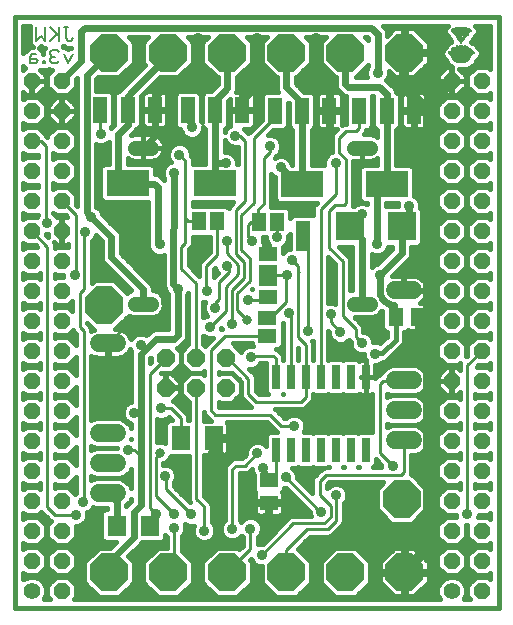
<source format=gbl>
G75*
%MOIN*%
%OFA0B0*%
%FSLAX24Y24*%
%IPPOS*%
%LPD*%
%AMOC8*
5,1,8,0,0,1.08239X$1,22.5*
%
%ADD10C,0.0160*%
%ADD11C,0.0060*%
%ADD12OC8,0.0600*%
%ADD13R,0.0480X0.0880*%
%ADD14R,0.1417X0.0866*%
%ADD15OC8,0.1250*%
%ADD16R,0.0630X0.0787*%
%ADD17R,0.0512X0.0591*%
%ADD18C,0.0560*%
%ADD19OC8,0.0560*%
%ADD20R,0.0500X0.1000*%
%ADD21R,0.0630X0.0709*%
%ADD22R,0.0260X0.0800*%
%ADD23R,0.0591X0.0512*%
%ADD24R,0.0460X0.0630*%
%ADD25R,0.0630X0.0460*%
%ADD26R,0.0312X0.0004*%
%ADD27R,0.0344X0.0004*%
%ADD28R,0.0368X0.0004*%
%ADD29R,0.0392X0.0004*%
%ADD30R,0.0408X0.0004*%
%ADD31R,0.0424X0.0004*%
%ADD32R,0.0432X0.0004*%
%ADD33R,0.0448X0.0004*%
%ADD34R,0.0456X0.0004*%
%ADD35R,0.0472X0.0004*%
%ADD36R,0.0480X0.0004*%
%ADD37R,0.0488X0.0004*%
%ADD38R,0.0496X0.0004*%
%ADD39R,0.0504X0.0004*%
%ADD40R,0.0512X0.0004*%
%ADD41R,0.0520X0.0004*%
%ADD42R,0.0528X0.0004*%
%ADD43R,0.0536X0.0004*%
%ADD44R,0.0536X0.0004*%
%ADD45R,0.0544X0.0004*%
%ADD46R,0.0552X0.0004*%
%ADD47R,0.0560X0.0004*%
%ADD48R,0.0560X0.0004*%
%ADD49R,0.0568X0.0004*%
%ADD50R,0.0576X0.0004*%
%ADD51R,0.0584X0.0004*%
%ADD52R,0.0592X0.0004*%
%ADD53R,0.0592X0.0004*%
%ADD54R,0.0600X0.0004*%
%ADD55R,0.0608X0.0004*%
%ADD56R,0.0608X0.0004*%
%ADD57R,0.0616X0.0004*%
%ADD58R,0.0624X0.0004*%
%ADD59R,0.0632X0.0004*%
%ADD60R,0.0632X0.0004*%
%ADD61R,0.0640X0.0004*%
%ADD62R,0.0648X0.0004*%
%ADD63R,0.0648X0.0004*%
%ADD64R,0.0656X0.0004*%
%ADD65R,0.0664X0.0004*%
%ADD66R,0.0664X0.0004*%
%ADD67R,0.0672X0.0004*%
%ADD68R,0.0680X0.0004*%
%ADD69R,0.0680X0.0004*%
%ADD70R,0.0688X0.0004*%
%ADD71R,0.0696X0.0004*%
%ADD72R,0.0700X0.0004*%
%ADD73R,0.0708X0.0004*%
%ADD74R,0.0716X0.0004*%
%ADD75R,0.0720X0.0004*%
%ADD76R,0.0720X0.0004*%
%ADD77R,0.0724X0.0004*%
%ADD78R,0.0808X0.0004*%
%ADD79R,0.0824X0.0004*%
%ADD80R,0.0832X0.0004*%
%ADD81R,0.0840X0.0004*%
%ADD82R,0.0848X0.0004*%
%ADD83R,0.0856X0.0004*%
%ADD84R,0.0860X0.0004*%
%ADD85R,0.0864X0.0004*%
%ADD86R,0.0864X0.0004*%
%ADD87R,0.0868X0.0004*%
%ADD88R,0.0872X0.0004*%
%ADD89R,0.0872X0.0004*%
%ADD90R,0.0860X0.0004*%
%ADD91R,0.0832X0.0004*%
%ADD92R,0.0824X0.0004*%
%ADD93R,0.0708X0.0004*%
%ADD94R,0.0712X0.0004*%
%ADD95R,0.0712X0.0004*%
%ADD96R,0.0700X0.0004*%
%ADD97R,0.0696X0.0004*%
%ADD98R,0.0692X0.0004*%
%ADD99R,0.0668X0.0004*%
%ADD100R,0.0660X0.0004*%
%ADD101R,0.0452X0.0004*%
%ADD102R,0.0188X0.0004*%
%ADD103R,0.0448X0.0004*%
%ADD104R,0.0440X0.0004*%
%ADD105R,0.0184X0.0004*%
%ADD106R,0.0432X0.0004*%
%ADD107R,0.0184X0.0004*%
%ADD108R,0.0424X0.0004*%
%ADD109R,0.0412X0.0004*%
%ADD110R,0.0128X0.0004*%
%ADD111R,0.0044X0.0004*%
%ADD112R,0.0400X0.0004*%
%ADD113R,0.0008X0.0004*%
%ADD114R,0.0388X0.0004*%
%ADD115R,0.0132X0.0004*%
%ADD116R,0.0360X0.0004*%
%ADD117R,0.0136X0.0004*%
%ADD118R,0.0340X0.0004*%
%ADD119R,0.0140X0.0004*%
%ADD120R,0.0328X0.0004*%
%ADD121R,0.0144X0.0004*%
%ADD122R,0.0324X0.0004*%
%ADD123R,0.0148X0.0004*%
%ADD124R,0.0320X0.0004*%
%ADD125R,0.0156X0.0004*%
%ADD126R,0.0316X0.0004*%
%ADD127R,0.0176X0.0004*%
%ADD128R,0.0080X0.0004*%
%ADD129R,0.0052X0.0004*%
%ADD130R,0.0380X0.0004*%
%ADD131R,0.0372X0.0004*%
%ADD132R,0.0356X0.0004*%
%ADD133R,0.0004X0.0004*%
%ADD134R,0.0308X0.0004*%
%ADD135R,0.0060X0.0004*%
%ADD136R,0.0240X0.0004*%
%ADD137R,0.0232X0.0004*%
%ADD138R,0.0044X0.0004*%
%ADD139R,0.0164X0.0004*%
%ADD140R,0.0056X0.0004*%
%ADD141R,0.0036X0.0004*%
%ADD142R,0.0156X0.0004*%
%ADD143R,0.0048X0.0004*%
%ADD144R,0.0024X0.0004*%
%ADD145R,0.0036X0.0004*%
%ADD146R,0.0016X0.0004*%
%ADD147R,0.0028X0.0004*%
%ADD148R,0.0012X0.0004*%
%ADD149R,0.0124X0.0004*%
%ADD150R,0.0108X0.0004*%
%ADD151R,0.0008X0.0004*%
%ADD152R,0.0092X0.0004*%
%ADD153R,0.0068X0.0004*%
%ADD154R,0.0008X0.0004*%
%ADD155R,0.0016X0.0004*%
%ADD156R,0.0024X0.0004*%
%ADD157R,0.0032X0.0004*%
%ADD158R,0.0032X0.0004*%
%ADD159R,0.0040X0.0004*%
%ADD160R,0.0056X0.0004*%
%ADD161R,0.0064X0.0004*%
%ADD162R,0.0072X0.0004*%
%ADD163R,0.0088X0.0004*%
%ADD164R,0.0096X0.0004*%
%ADD165R,0.0104X0.0004*%
%ADD166R,0.0112X0.0004*%
%ADD167R,0.0120X0.0004*%
%ADD168R,0.0124X0.0004*%
%ADD169R,0.0128X0.0004*%
%ADD170R,0.0144X0.0004*%
%ADD171R,0.0152X0.0004*%
%ADD172R,0.0152X0.0004*%
%ADD173R,0.0160X0.0004*%
%ADD174R,0.0168X0.0004*%
%ADD175R,0.0176X0.0004*%
%ADD176R,0.0184X0.0004*%
%ADD177R,0.0192X0.0004*%
%ADD178R,0.0200X0.0004*%
%ADD179R,0.0208X0.0004*%
%ADD180R,0.0216X0.0004*%
%ADD181R,0.0216X0.0004*%
%ADD182R,0.0224X0.0004*%
%ADD183R,0.0232X0.0004*%
%ADD184R,0.0240X0.0004*%
%ADD185R,0.0248X0.0004*%
%ADD186R,0.0256X0.0004*%
%ADD187R,0.0264X0.0004*%
%ADD188R,0.0272X0.0004*%
%ADD189R,0.0280X0.0004*%
%ADD190R,0.0288X0.0004*%
%ADD191R,0.0296X0.0004*%
%ADD192R,0.0304X0.0004*%
%ADD193R,0.0320X0.0004*%
%ADD194R,0.0328X0.0004*%
%ADD195R,0.0336X0.0004*%
%ADD196R,0.0336X0.0004*%
%ADD197R,0.0200X0.0004*%
%ADD198R,0.0128X0.0004*%
%ADD199R,0.0204X0.0004*%
%ADD200R,0.0216X0.0004*%
%ADD201R,0.0228X0.0004*%
%ADD202R,0.0416X0.0004*%
%ADD203R,0.0424X0.0004*%
%ADD204R,0.0428X0.0004*%
%ADD205R,0.0304X0.0004*%
%ADD206R,0.0180X0.0004*%
%ADD207R,0.0112X0.0004*%
%ADD208R,0.0176X0.0004*%
%ADD209R,0.0112X0.0004*%
%ADD210R,0.0132X0.0004*%
%ADD211R,0.0116X0.0004*%
%ADD212R,0.0332X0.0004*%
%ADD213R,0.0336X0.0004*%
%ADD214R,0.0480X0.0004*%
%ADD215R,0.0496X0.0004*%
%ADD216R,0.0512X0.0004*%
%ADD217R,0.0544X0.0004*%
%ADD218R,0.0208X0.0004*%
%ADD219R,0.0356X0.0004*%
%ADD220R,0.0208X0.0004*%
%ADD221R,0.0364X0.0004*%
%ADD222R,0.0212X0.0004*%
%ADD223R,0.0368X0.0004*%
%ADD224R,0.0220X0.0004*%
%ADD225R,0.0600X0.0004*%
%ADD226R,0.0356X0.0004*%
%ADD227R,0.0228X0.0004*%
%ADD228R,0.0236X0.0004*%
%ADD229R,0.0360X0.0004*%
%ADD230R,0.0368X0.0004*%
%ADD231R,0.0244X0.0004*%
%ADD232R,0.0252X0.0004*%
%ADD233R,0.0376X0.0004*%
%ADD234R,0.0672X0.0004*%
%ADD235R,0.0624X0.0004*%
%ADD236R,0.0596X0.0004*%
%ADD237R,0.0552X0.0004*%
%ADD238R,0.0456X0.0004*%
%ADD239R,0.0384X0.0004*%
%ADD240R,0.0352X0.0004*%
%ADD241R,0.0188X0.0004*%
%ADD242R,0.0108X0.0004*%
%ADD243C,0.0515*%
%ADD244R,0.0945X0.0945*%
%ADD245C,0.0600*%
%ADD246C,0.0356*%
%ADD247C,0.0100*%
%ADD248C,0.0240*%
%ADD249C,0.0320*%
%ADD250C,0.0317*%
D10*
X001046Y000180D02*
X017188Y000180D01*
X017188Y019865D01*
X001046Y019865D01*
X001046Y000180D01*
X001326Y001123D02*
X001326Y001347D01*
X001418Y001255D01*
X001815Y001255D01*
X002097Y001536D01*
X002097Y001934D01*
X001815Y002215D01*
X001418Y002215D01*
X001326Y002123D01*
X001326Y002347D01*
X001418Y002255D01*
X001815Y002255D01*
X002097Y002536D01*
X002097Y002934D01*
X001815Y003215D01*
X001418Y003215D01*
X001326Y003123D01*
X001326Y003347D01*
X001418Y003255D01*
X001815Y003255D01*
X001931Y003371D01*
X002169Y003133D01*
X002239Y003063D01*
X002258Y003055D01*
X002137Y002934D01*
X002137Y002536D01*
X002418Y002255D01*
X002815Y002255D01*
X003097Y002536D01*
X003097Y002897D01*
X003168Y002897D01*
X003307Y002955D01*
X003413Y003061D01*
X003471Y003200D01*
X003471Y003351D01*
X003469Y003354D01*
X003530Y003379D01*
X003636Y003486D01*
X003655Y003532D01*
X003756Y003490D01*
X004134Y003490D01*
X004134Y003474D01*
X004056Y003474D01*
X003939Y003357D01*
X003939Y002482D01*
X004056Y002365D01*
X004409Y002365D01*
X004229Y002186D01*
X003854Y002186D01*
X003370Y001703D01*
X003370Y001019D01*
X003854Y000536D01*
X004537Y000536D01*
X005020Y001019D01*
X005020Y001703D01*
X004836Y001887D01*
X005212Y002264D01*
X005302Y002354D01*
X005307Y002365D01*
X005954Y002365D01*
X006071Y002482D01*
X006071Y002590D01*
X006111Y002550D01*
X006111Y002186D01*
X005822Y002186D01*
X005339Y001703D01*
X005339Y001019D01*
X005822Y000536D01*
X006506Y000536D01*
X006989Y001019D01*
X006989Y001703D01*
X006611Y002081D01*
X006611Y002550D01*
X006681Y002621D01*
X006739Y002760D01*
X006739Y002910D01*
X006709Y002982D01*
X006723Y002967D01*
X006862Y002910D01*
X007013Y002910D01*
X007019Y002912D01*
X006983Y002825D01*
X006983Y002675D01*
X007040Y002536D01*
X007147Y002429D01*
X007286Y002372D01*
X007436Y002372D01*
X007575Y002429D01*
X007681Y002536D01*
X007739Y002675D01*
X007739Y002825D01*
X007681Y002964D01*
X007611Y003035D01*
X007611Y003604D01*
X007573Y003696D01*
X007502Y003766D01*
X007355Y003913D01*
X007355Y005266D01*
X007601Y005266D01*
X007601Y005762D01*
X007756Y005762D01*
X007756Y005266D01*
X008017Y005266D01*
X008063Y005278D01*
X008104Y005302D01*
X008138Y005335D01*
X008161Y005376D01*
X008174Y005422D01*
X008174Y005762D01*
X007756Y005762D01*
X007756Y005917D01*
X008174Y005917D01*
X008174Y006257D01*
X008161Y006303D01*
X008138Y006344D01*
X008117Y006365D01*
X009462Y006365D01*
X009784Y006043D01*
X009537Y006043D01*
X009420Y005926D01*
X009420Y005573D01*
X009348Y005644D01*
X009210Y005702D01*
X009059Y005702D01*
X008920Y005644D01*
X008814Y005538D01*
X008756Y005399D01*
X008756Y005299D01*
X008622Y005165D01*
X008371Y005165D01*
X008279Y005127D01*
X008209Y005057D01*
X008209Y005057D01*
X008156Y005004D01*
X008086Y004934D01*
X008048Y004842D01*
X008048Y003473D01*
X008045Y003092D01*
X007972Y003019D01*
X007915Y002881D01*
X007915Y002730D01*
X007972Y002591D01*
X008079Y002485D01*
X008218Y002427D01*
X008368Y002427D01*
X008507Y002485D01*
X008601Y002579D01*
X008654Y002527D01*
X008654Y002236D01*
X008539Y002121D01*
X008474Y002186D01*
X007791Y002186D01*
X007307Y001703D01*
X007307Y001019D01*
X007791Y000536D01*
X008474Y000536D01*
X008957Y001019D01*
X008957Y001703D01*
X008893Y001768D01*
X008932Y001807D01*
X008965Y001726D01*
X009072Y001619D01*
X009211Y001562D01*
X009276Y001562D01*
X009276Y001019D01*
X009759Y000536D01*
X010443Y000536D01*
X010926Y001019D01*
X010926Y001703D01*
X010482Y002147D01*
X010884Y002550D01*
X011536Y002550D01*
X011627Y002588D01*
X011902Y002863D01*
X011973Y002933D01*
X012011Y003025D01*
X012011Y003648D01*
X012081Y003718D01*
X012139Y003857D01*
X012139Y004007D01*
X012081Y004146D01*
X011975Y004253D01*
X011836Y004310D01*
X011686Y004310D01*
X011547Y004253D01*
X011466Y004172D01*
X011466Y004286D01*
X011539Y004360D01*
X013340Y004360D01*
X013118Y004138D01*
X013118Y003454D01*
X013601Y002971D01*
X014285Y002971D01*
X014768Y003454D01*
X014768Y004138D01*
X014285Y004621D01*
X014251Y004621D01*
X014261Y004645D01*
X014261Y005255D01*
X014410Y005255D01*
X014594Y005331D01*
X014735Y005472D01*
X014811Y005656D01*
X014811Y005854D01*
X014735Y006038D01*
X014594Y006179D01*
X014410Y006255D01*
X014594Y006331D01*
X014735Y006472D01*
X014811Y006656D01*
X014811Y006854D01*
X014735Y007038D01*
X014594Y007179D01*
X014410Y007255D01*
X014594Y007331D01*
X014735Y007472D01*
X014811Y007656D01*
X014811Y007854D01*
X014735Y008038D01*
X014594Y008179D01*
X014410Y008255D01*
X013611Y008255D01*
X013428Y008179D01*
X013287Y008038D01*
X013266Y007987D01*
X013194Y007957D01*
X013123Y007887D01*
X013070Y007833D01*
X013060Y007823D01*
X013060Y007863D01*
X012750Y007863D01*
X012750Y007283D01*
X012904Y007283D01*
X012949Y007296D01*
X012961Y007302D01*
X012961Y006043D01*
X012537Y006043D01*
X012500Y006006D01*
X012463Y006043D01*
X012037Y006043D01*
X012000Y006006D01*
X011963Y006043D01*
X011537Y006043D01*
X011500Y006006D01*
X011463Y006043D01*
X011037Y006043D01*
X011000Y006006D01*
X010963Y006043D01*
X010684Y006043D01*
X010734Y006165D01*
X010734Y006315D01*
X010676Y006454D01*
X010570Y006561D01*
X010431Y006618D01*
X010281Y006618D01*
X010142Y006561D01*
X010071Y006490D01*
X010044Y006490D01*
X009778Y006757D01*
X009739Y006795D01*
X010631Y006795D01*
X010722Y006833D01*
X010793Y006903D01*
X010962Y007072D01*
X011000Y007164D01*
X011000Y007300D01*
X011037Y007263D01*
X011463Y007263D01*
X011500Y007300D01*
X011537Y007263D01*
X011963Y007263D01*
X012000Y007300D01*
X012037Y007263D01*
X012463Y007263D01*
X012515Y007316D01*
X012550Y007296D01*
X012596Y007283D01*
X012750Y007283D01*
X012750Y007863D01*
X012750Y007863D01*
X012750Y007863D01*
X013060Y007863D01*
X013060Y008274D01*
X013133Y008274D01*
X013272Y008332D01*
X013315Y008375D01*
X013346Y008375D01*
X013449Y008418D01*
X013528Y008496D01*
X013989Y008957D01*
X014032Y009060D01*
X014032Y009370D01*
X014091Y009370D01*
X014142Y009421D01*
X014174Y009402D01*
X014220Y009390D01*
X014452Y009390D01*
X014452Y009817D01*
X014548Y009817D01*
X014548Y009913D01*
X014936Y009913D01*
X014936Y010184D01*
X014923Y010230D01*
X014900Y010271D01*
X014866Y010304D01*
X014825Y010328D01*
X014779Y010340D01*
X014554Y010340D01*
X014562Y010344D01*
X014623Y010389D01*
X014677Y010442D01*
X014721Y010503D01*
X014756Y010571D01*
X014779Y010643D01*
X014791Y010717D01*
X014791Y010735D01*
X014031Y010735D01*
X014031Y010775D01*
X014791Y010775D01*
X014791Y010793D01*
X014779Y010867D01*
X014756Y010939D01*
X014721Y011007D01*
X014677Y011068D01*
X014623Y011121D01*
X014562Y011166D01*
X014495Y011200D01*
X014423Y011223D01*
X014349Y011235D01*
X014031Y011235D01*
X014031Y010775D01*
X013991Y010775D01*
X013991Y011235D01*
X013673Y011235D01*
X013620Y011227D01*
X014218Y011825D01*
X014267Y011942D01*
X014267Y012218D01*
X014502Y012218D01*
X014619Y012335D01*
X014619Y013445D01*
X014574Y013491D01*
X014574Y013635D01*
X014516Y013774D01*
X014410Y013881D01*
X014352Y013905D01*
X014352Y014822D01*
X014235Y014939D01*
X013763Y014939D01*
X013763Y016107D01*
X013766Y016107D01*
X013883Y016224D01*
X013883Y017269D01*
X013766Y017386D01*
X013758Y017386D01*
X013715Y017491D01*
X013438Y017768D01*
X013466Y017796D01*
X013524Y017935D01*
X013524Y018060D01*
X013704Y017879D01*
X013988Y017879D01*
X013988Y018634D01*
X014088Y018634D01*
X014088Y018734D01*
X014843Y018734D01*
X014843Y019017D01*
X014371Y019489D01*
X014088Y019489D01*
X014088Y018734D01*
X013988Y018734D01*
X013988Y019489D01*
X013704Y019489D01*
X013466Y019250D01*
X013466Y019374D01*
X013417Y019491D01*
X013323Y019585D01*
X015485Y019585D01*
X015405Y019505D01*
X015405Y019505D01*
X015401Y019501D01*
X015401Y019327D01*
X015409Y019319D01*
X015409Y019315D01*
X015421Y019303D01*
X015421Y019299D01*
X015425Y019295D01*
X015433Y019287D01*
X015433Y019283D01*
X015441Y019275D01*
X015445Y019271D01*
X015445Y019267D01*
X015457Y019255D01*
X015457Y019251D01*
X015469Y019239D01*
X015469Y019235D01*
X015481Y019223D01*
X015481Y019219D01*
X015485Y019215D01*
X015493Y019207D01*
X015493Y019203D01*
X015501Y019195D01*
X015505Y019191D01*
X015505Y019187D01*
X015513Y019179D01*
X015513Y019175D01*
X015529Y019159D01*
X015529Y019155D01*
X015537Y019147D01*
X015537Y019143D01*
X015545Y019135D01*
X015549Y019131D01*
X015549Y019127D01*
X015561Y019115D01*
X015561Y019111D01*
X015573Y019099D01*
X015573Y019095D01*
X015585Y019083D01*
X015585Y019079D01*
X015589Y019075D01*
X015597Y019067D01*
X015597Y019063D01*
X015605Y019055D01*
X015606Y019054D01*
X015606Y019054D01*
X015602Y019050D01*
X015590Y019050D01*
X015586Y019046D01*
X015582Y019046D01*
X015578Y019042D01*
X015574Y019042D01*
X015570Y019038D01*
X015566Y019038D01*
X015558Y019030D01*
X015554Y019030D01*
X015546Y019022D01*
X015546Y019022D01*
X015429Y018905D01*
X015429Y018905D01*
X015425Y018901D01*
X015421Y018897D01*
X015417Y018893D01*
X015417Y018889D01*
X015413Y018885D01*
X015413Y018885D01*
X015409Y018881D01*
X015409Y018877D01*
X015405Y018873D01*
X015405Y018869D01*
X015401Y018865D01*
X015401Y018857D01*
X015329Y018785D01*
X015329Y018785D01*
X015313Y018769D01*
X015313Y018765D01*
X015309Y018761D01*
X015309Y018753D01*
X015305Y018749D01*
X015305Y018571D01*
X015309Y018567D01*
X015309Y018555D01*
X015313Y018551D01*
X015313Y018547D01*
X015325Y018535D01*
X015409Y018451D01*
X015413Y018447D01*
X015413Y018443D01*
X015417Y018439D01*
X015417Y018431D01*
X015421Y018427D01*
X015421Y018423D01*
X015425Y018419D01*
X015425Y018415D01*
X015429Y018411D01*
X015429Y018407D01*
X015433Y018403D01*
X015433Y018399D01*
X015437Y018395D01*
X015437Y018391D01*
X015441Y018387D01*
X015441Y018383D01*
X015445Y018379D01*
X015445Y018375D01*
X015453Y018367D01*
X015453Y018363D01*
X015461Y018355D01*
X015461Y018351D01*
X015473Y018339D01*
X015473Y018335D01*
X015497Y018311D01*
X015614Y018194D01*
X015618Y018190D01*
X015622Y018186D01*
X015626Y018186D01*
X015627Y018185D01*
X015627Y017745D01*
X016077Y017745D01*
X016077Y017926D01*
X015852Y018150D01*
X016180Y018150D01*
X016184Y018154D01*
X016196Y018154D01*
X016200Y018158D01*
X016208Y018158D01*
X016212Y018162D01*
X016220Y018162D01*
X016224Y018166D01*
X016228Y018166D01*
X016232Y018170D01*
X016236Y018170D01*
X016240Y018174D01*
X016244Y018178D01*
X016248Y018178D01*
X016256Y018186D01*
X016260Y018186D01*
X016264Y018190D01*
X016268Y018194D01*
X016385Y018311D01*
X016385Y018311D01*
X016409Y018335D01*
X016409Y018339D01*
X016421Y018351D01*
X016421Y018355D01*
X016429Y018363D01*
X016429Y018367D01*
X016437Y018375D01*
X016437Y018379D01*
X016441Y018383D01*
X016441Y018387D01*
X016445Y018391D01*
X016445Y018395D01*
X016449Y018399D01*
X016449Y018403D01*
X016453Y018407D01*
X016453Y018411D01*
X016457Y018415D01*
X016457Y018419D01*
X016461Y018423D01*
X016461Y018427D01*
X016465Y018431D01*
X016465Y018439D01*
X016469Y018443D01*
X016469Y018447D01*
X016473Y018451D01*
X016473Y018451D01*
X016573Y018551D01*
X016573Y018559D01*
X016577Y018563D01*
X016577Y018571D01*
X016577Y018749D01*
X016577Y018753D01*
X016573Y018757D01*
X016573Y018765D01*
X016465Y018873D01*
X016465Y018881D01*
X016461Y018885D01*
X016461Y018901D01*
X016344Y019018D01*
X016280Y019018D01*
X016262Y019036D01*
X016273Y019047D01*
X016273Y019051D01*
X016277Y019055D01*
X016277Y019055D01*
X016285Y019063D01*
X016285Y019067D01*
X016293Y019075D01*
X016293Y019075D01*
X016297Y019079D01*
X016297Y019083D01*
X016309Y019095D01*
X016309Y019099D01*
X016321Y019111D01*
X016321Y019115D01*
X016333Y019127D01*
X016333Y019131D01*
X016345Y019143D01*
X016345Y019147D01*
X016353Y019155D01*
X016353Y019155D01*
X016357Y019159D01*
X016357Y019163D01*
X016369Y019175D01*
X016369Y019179D01*
X016377Y019187D01*
X016377Y019191D01*
X016381Y019195D01*
X016381Y019195D01*
X016389Y019203D01*
X016389Y019207D01*
X016397Y019215D01*
X016397Y019215D01*
X016401Y019219D01*
X016401Y019223D01*
X016413Y019235D01*
X016413Y019239D01*
X016425Y019251D01*
X016425Y019255D01*
X016437Y019267D01*
X016437Y019271D01*
X016441Y019275D01*
X016441Y019275D01*
X016449Y019283D01*
X016449Y019287D01*
X016457Y019295D01*
X016457Y019295D01*
X016461Y019299D01*
X016461Y019303D01*
X016473Y019315D01*
X016473Y019319D01*
X016481Y019327D01*
X016481Y019501D01*
X016477Y019505D01*
X016397Y019585D01*
X016908Y019585D01*
X016908Y018123D01*
X016815Y018215D01*
X016418Y018215D01*
X016137Y017934D01*
X016137Y017536D01*
X016418Y017255D01*
X016815Y017255D01*
X016908Y017347D01*
X016908Y017123D01*
X016815Y017215D01*
X016418Y017215D01*
X016137Y016934D01*
X016137Y016536D01*
X016418Y016255D01*
X016815Y016255D01*
X016908Y016347D01*
X016907Y016347D01*
X016908Y016347D02*
X016908Y016123D01*
X016815Y016215D01*
X016418Y016215D01*
X016137Y015934D01*
X016137Y015536D01*
X016418Y015255D01*
X016815Y015255D01*
X016908Y015347D01*
X016908Y015123D01*
X016815Y015215D01*
X016418Y015215D01*
X016137Y014934D01*
X016137Y014536D01*
X016418Y014255D01*
X016815Y014255D01*
X016908Y014347D01*
X016908Y014123D01*
X016815Y014215D01*
X016418Y014215D01*
X016137Y013934D01*
X016137Y013536D01*
X016418Y013255D01*
X016815Y013255D01*
X016908Y013347D01*
X016908Y013123D01*
X016815Y013215D01*
X016418Y013215D01*
X016137Y012934D01*
X016137Y012536D01*
X016418Y012255D01*
X016815Y012255D01*
X016908Y012347D01*
X016908Y012123D01*
X016815Y012215D01*
X016418Y012215D01*
X016137Y011934D01*
X016137Y011536D01*
X016418Y011255D01*
X016815Y011255D01*
X016908Y011347D01*
X016908Y011123D01*
X016815Y011215D01*
X016418Y011215D01*
X016137Y010934D01*
X016137Y010536D01*
X016418Y010255D01*
X016815Y010255D01*
X016908Y010347D01*
X016908Y010123D01*
X016815Y010215D01*
X016418Y010215D01*
X016137Y009934D01*
X016137Y009536D01*
X016418Y009255D01*
X016815Y009255D01*
X016908Y009347D01*
X016908Y009123D01*
X016815Y009215D01*
X016418Y009215D01*
X016137Y008934D01*
X016137Y008609D01*
X016097Y008569D01*
X016097Y008934D01*
X015815Y009215D01*
X015418Y009215D01*
X015137Y008934D01*
X015137Y008536D01*
X015418Y008255D01*
X015815Y008255D01*
X015902Y008341D01*
X015886Y008305D01*
X015886Y008116D01*
X015807Y008195D01*
X015627Y008195D01*
X015627Y007745D01*
X015607Y007745D01*
X015607Y008195D01*
X015426Y008195D01*
X015157Y007926D01*
X015157Y007745D01*
X015607Y007745D01*
X015607Y007725D01*
X015627Y007725D01*
X015627Y007275D01*
X015807Y007275D01*
X015886Y007354D01*
X015886Y007144D01*
X015815Y007215D01*
X015418Y007215D01*
X015137Y006934D01*
X015137Y006536D01*
X015418Y006255D01*
X015815Y006255D01*
X015886Y006326D01*
X015886Y006144D01*
X015815Y006215D01*
X015418Y006215D01*
X015137Y005934D01*
X015137Y005536D01*
X015418Y005255D01*
X015815Y005255D01*
X015886Y005326D01*
X015886Y005144D01*
X015815Y005215D01*
X015418Y005215D01*
X015137Y004934D01*
X015137Y004536D01*
X015418Y004255D01*
X015815Y004255D01*
X015886Y004326D01*
X015886Y004144D01*
X015815Y004215D01*
X015418Y004215D01*
X015137Y003934D01*
X015137Y003536D01*
X015418Y003255D01*
X015758Y003255D01*
X015758Y003235D01*
X015766Y003215D01*
X015418Y003215D01*
X015137Y002934D01*
X015137Y002536D01*
X015418Y002255D01*
X015815Y002255D01*
X016097Y002536D01*
X016097Y002932D01*
X016137Y002932D01*
X016137Y002536D01*
X016418Y002255D01*
X016815Y002255D01*
X016908Y002347D01*
X016908Y002123D01*
X016815Y002215D01*
X016418Y002215D01*
X016137Y001934D01*
X016137Y001536D01*
X016418Y001255D01*
X016815Y001255D01*
X016908Y001347D01*
X016908Y001123D01*
X016815Y001215D01*
X016418Y001215D01*
X016137Y000934D01*
X016137Y000536D01*
X016213Y000460D01*
X016020Y000460D01*
X016024Y000463D01*
X016097Y000640D01*
X016097Y000831D01*
X016024Y001007D01*
X015889Y001142D01*
X015712Y001215D01*
X015521Y001215D01*
X015345Y001142D01*
X015210Y001007D01*
X015137Y000831D01*
X015137Y000640D01*
X015210Y000463D01*
X015213Y000460D01*
X003020Y000460D01*
X003097Y000536D01*
X003097Y000934D01*
X002815Y001215D01*
X002418Y001215D01*
X002137Y000934D01*
X002137Y000536D01*
X002213Y000460D01*
X002020Y000460D01*
X002024Y000463D01*
X002097Y000640D01*
X002097Y000831D01*
X002024Y001007D01*
X001889Y001142D01*
X001712Y001215D01*
X001521Y001215D01*
X001345Y001142D01*
X001326Y001123D01*
X001326Y001131D02*
X001334Y001131D01*
X001326Y001290D02*
X001383Y001290D01*
X001850Y001290D02*
X002383Y001290D01*
X002418Y001255D02*
X002815Y001255D01*
X003097Y001536D01*
X003097Y001934D01*
X002815Y002215D01*
X002418Y002215D01*
X002137Y001934D01*
X002137Y001536D01*
X002418Y001255D01*
X002334Y001131D02*
X001900Y001131D01*
X002038Y000973D02*
X002175Y000973D01*
X002137Y000814D02*
X002097Y000814D01*
X002097Y000656D02*
X002137Y000656D01*
X002176Y000497D02*
X002038Y000497D01*
X002900Y001131D02*
X003370Y001131D01*
X003370Y001290D02*
X002850Y001290D01*
X003008Y001448D02*
X003370Y001448D01*
X003370Y001607D02*
X003097Y001607D01*
X003097Y001765D02*
X003433Y001765D01*
X003591Y001924D02*
X003097Y001924D01*
X002949Y002082D02*
X003750Y002082D01*
X004022Y002399D02*
X002959Y002399D01*
X003097Y002558D02*
X003939Y002558D01*
X003939Y002716D02*
X003097Y002716D01*
X003097Y002875D02*
X003939Y002875D01*
X003939Y003033D02*
X003385Y003033D01*
X003467Y003192D02*
X003939Y003192D01*
X003939Y003350D02*
X003471Y003350D01*
X003646Y003509D02*
X003712Y003509D01*
X004156Y003963D02*
X004156Y003990D01*
X004555Y004490D02*
X003756Y004490D01*
X004555Y004490D01*
X004739Y004566D01*
X004880Y004707D01*
X004926Y004818D01*
X004926Y004162D01*
X004880Y004273D01*
X004739Y004414D01*
X004555Y004490D01*
X004629Y004460D02*
X004926Y004460D01*
X004926Y004618D02*
X004791Y004618D01*
X004909Y004777D02*
X004926Y004777D01*
X004926Y004301D02*
X004852Y004301D01*
X004926Y003818D02*
X004926Y003728D01*
X004774Y003575D01*
X004774Y003601D01*
X004880Y003707D01*
X004926Y003818D01*
X004865Y003667D02*
X004840Y003667D01*
X005754Y003298D02*
X005762Y003288D01*
X006071Y002558D02*
X006104Y002558D01*
X006111Y002399D02*
X005988Y002399D01*
X006111Y002241D02*
X005189Y002241D01*
X005212Y002264D02*
X005212Y002264D01*
X005030Y002082D02*
X005718Y002082D01*
X005560Y001924D02*
X004872Y001924D01*
X004958Y001765D02*
X005401Y001765D01*
X005339Y001607D02*
X005020Y001607D01*
X005020Y001448D02*
X005339Y001448D01*
X005339Y001290D02*
X005020Y001290D01*
X005020Y001131D02*
X005339Y001131D01*
X005386Y000973D02*
X004974Y000973D01*
X004815Y000814D02*
X005544Y000814D01*
X005703Y000656D02*
X004657Y000656D01*
X003734Y000656D02*
X003097Y000656D01*
X003097Y000814D02*
X003576Y000814D01*
X003417Y000973D02*
X003058Y000973D01*
X003057Y000497D02*
X015196Y000497D01*
X015137Y000656D02*
X014471Y000656D01*
X014371Y000556D02*
X014843Y001028D01*
X014843Y001311D01*
X014088Y001311D01*
X014088Y000556D01*
X014371Y000556D01*
X014088Y000656D02*
X013988Y000656D01*
X013988Y000556D02*
X013704Y000556D01*
X013233Y001028D01*
X013233Y001311D01*
X013988Y001311D01*
X014088Y001311D01*
X014088Y001411D01*
X014843Y001411D01*
X014843Y001695D01*
X014371Y002166D01*
X014088Y002166D01*
X014088Y001411D01*
X013988Y001411D01*
X013988Y001311D01*
X013988Y000556D01*
X013988Y000814D02*
X014088Y000814D01*
X014088Y000973D02*
X013988Y000973D01*
X013988Y001131D02*
X014088Y001131D01*
X014088Y001290D02*
X013988Y001290D01*
X013988Y001411D02*
X013233Y001411D01*
X013233Y001695D01*
X013704Y002166D01*
X013988Y002166D01*
X013988Y001411D01*
X013988Y001448D02*
X014088Y001448D01*
X014088Y001607D02*
X013988Y001607D01*
X013988Y001765D02*
X014088Y001765D01*
X014088Y001924D02*
X013988Y001924D01*
X013988Y002082D02*
X014088Y002082D01*
X014455Y002082D02*
X015285Y002082D01*
X015418Y002215D02*
X015137Y001934D01*
X015137Y001536D01*
X015418Y001255D01*
X015815Y001255D01*
X016097Y001536D01*
X016097Y001934D01*
X015815Y002215D01*
X015418Y002215D01*
X015274Y002399D02*
X010733Y002399D01*
X010575Y002241D02*
X016908Y002241D01*
X016285Y002082D02*
X015949Y002082D01*
X016097Y001924D02*
X016137Y001924D01*
X016137Y001765D02*
X016097Y001765D01*
X016097Y001607D02*
X016137Y001607D01*
X016225Y001448D02*
X016008Y001448D01*
X015850Y001290D02*
X016383Y001290D01*
X016334Y001131D02*
X015900Y001131D01*
X016038Y000973D02*
X016175Y000973D01*
X016137Y000814D02*
X016097Y000814D01*
X016097Y000656D02*
X016137Y000656D01*
X016176Y000497D02*
X016038Y000497D01*
X015334Y001131D02*
X014843Y001131D01*
X014843Y001290D02*
X015383Y001290D01*
X015225Y001448D02*
X014843Y001448D01*
X014843Y001607D02*
X015137Y001607D01*
X015137Y001765D02*
X014772Y001765D01*
X014614Y001924D02*
X015137Y001924D01*
X015137Y002558D02*
X011554Y002558D01*
X011755Y002716D02*
X015137Y002716D01*
X015137Y002875D02*
X011914Y002875D01*
X012011Y003033D02*
X013539Y003033D01*
X013380Y003192D02*
X012011Y003192D01*
X012011Y003350D02*
X013222Y003350D01*
X013118Y003509D02*
X012011Y003509D01*
X012030Y003667D02*
X013118Y003667D01*
X013118Y003826D02*
X012126Y003826D01*
X012139Y003984D02*
X013118Y003984D01*
X013123Y004143D02*
X012083Y004143D01*
X011859Y004301D02*
X013281Y004301D01*
X013267Y004860D02*
X012979Y004860D01*
X013080Y004960D01*
X013080Y005124D01*
X013267Y004937D01*
X013267Y004860D01*
X013267Y004935D02*
X013054Y004935D01*
X013080Y005094D02*
X013111Y005094D01*
X012520Y004860D02*
X012479Y004860D01*
X012500Y004880D01*
X012520Y004860D01*
X012020Y004860D02*
X011979Y004860D01*
X012000Y004880D01*
X012020Y004860D01*
X011520Y004860D02*
X011479Y004860D01*
X011500Y004880D01*
X011520Y004860D01*
X011346Y004843D02*
X011294Y004822D01*
X011074Y004602D01*
X011004Y004532D01*
X010966Y004440D01*
X010966Y004004D01*
X010459Y004510D01*
X010459Y004610D01*
X010401Y004749D01*
X010307Y004843D01*
X010463Y004843D01*
X010500Y004880D01*
X010537Y004843D01*
X010963Y004843D01*
X011000Y004880D01*
X011037Y004843D01*
X011346Y004843D01*
X011249Y004777D02*
X010374Y004777D01*
X010456Y004618D02*
X011090Y004618D01*
X010974Y004460D02*
X010510Y004460D01*
X010668Y004301D02*
X010966Y004301D01*
X010966Y004143D02*
X010827Y004143D01*
X010437Y003826D02*
X009992Y003826D01*
X009992Y003733D02*
X009992Y003965D01*
X009980Y004011D01*
X009961Y004043D01*
X010012Y004094D01*
X010012Y004157D01*
X010105Y004157D01*
X010893Y003370D01*
X010893Y003310D01*
X010922Y003240D01*
X010286Y003240D01*
X010194Y003202D01*
X010124Y003132D01*
X010124Y003132D01*
X009310Y002318D01*
X009211Y002318D01*
X009154Y002295D01*
X009154Y002527D01*
X009225Y002597D01*
X009282Y002736D01*
X009282Y002887D01*
X009225Y003026D01*
X009118Y003132D01*
X008979Y003189D01*
X008829Y003189D01*
X008690Y003132D01*
X008595Y003037D01*
X008545Y003088D01*
X008547Y003421D01*
X008548Y003422D01*
X008548Y003471D01*
X008548Y003520D01*
X008548Y003521D01*
X008548Y004665D01*
X008775Y004665D01*
X008867Y004703D01*
X008953Y004789D01*
X008953Y004750D01*
X009010Y004611D01*
X009022Y004599D01*
X009022Y004094D01*
X009073Y004043D01*
X009054Y004011D01*
X009042Y003965D01*
X009042Y003733D01*
X009469Y003733D01*
X009469Y003637D01*
X009565Y003637D01*
X009565Y003249D01*
X009836Y003249D01*
X009882Y003262D01*
X009923Y003285D01*
X009956Y003319D01*
X009980Y003360D01*
X009992Y003406D01*
X009992Y003637D01*
X009565Y003637D01*
X009565Y003733D01*
X009992Y003733D01*
X009992Y003509D02*
X010754Y003509D01*
X010893Y003350D02*
X009975Y003350D01*
X010184Y003192D02*
X008546Y003192D01*
X008547Y003350D02*
X009060Y003350D01*
X009054Y003360D02*
X009078Y003319D01*
X009111Y003285D01*
X009152Y003262D01*
X009198Y003249D01*
X009469Y003249D01*
X009469Y003637D01*
X009042Y003637D01*
X009042Y003406D01*
X009054Y003360D01*
X009042Y003509D02*
X008548Y003509D01*
X008548Y003667D02*
X009469Y003667D01*
X009565Y003667D02*
X010595Y003667D01*
X010278Y003984D02*
X009987Y003984D01*
X010012Y004143D02*
X010120Y004143D01*
X009565Y003509D02*
X009469Y003509D01*
X009469Y003350D02*
X009565Y003350D01*
X009217Y003033D02*
X010025Y003033D01*
X009867Y002875D02*
X009282Y002875D01*
X009274Y002716D02*
X009708Y002716D01*
X009550Y002558D02*
X009185Y002558D01*
X009154Y002399D02*
X009391Y002399D01*
X008949Y001765D02*
X008895Y001765D01*
X008957Y001607D02*
X009103Y001607D01*
X008957Y001448D02*
X009276Y001448D01*
X009276Y001290D02*
X008957Y001290D01*
X008957Y001131D02*
X009276Y001131D01*
X009323Y000973D02*
X008911Y000973D01*
X008752Y000814D02*
X009481Y000814D01*
X009640Y000656D02*
X008594Y000656D01*
X007671Y000656D02*
X006625Y000656D01*
X006784Y000814D02*
X007513Y000814D01*
X007354Y000973D02*
X006942Y000973D01*
X006989Y001131D02*
X007307Y001131D01*
X007307Y001290D02*
X006989Y001290D01*
X006989Y001448D02*
X007307Y001448D01*
X007307Y001607D02*
X006989Y001607D01*
X006927Y001765D02*
X007370Y001765D01*
X007528Y001924D02*
X006768Y001924D01*
X006611Y002082D02*
X007687Y002082D01*
X007501Y002399D02*
X008654Y002399D01*
X008654Y002241D02*
X006611Y002241D01*
X006611Y002399D02*
X007220Y002399D01*
X007031Y002558D02*
X006618Y002558D01*
X006721Y002716D02*
X006983Y002716D01*
X007003Y002875D02*
X006739Y002875D01*
X006881Y003699D02*
X006345Y004234D01*
X006345Y004335D01*
X006371Y004360D01*
X006428Y004499D01*
X006428Y004650D01*
X006371Y004789D01*
X006264Y004895D01*
X006125Y004953D01*
X006001Y004953D01*
X006001Y004996D01*
X006099Y005036D01*
X006200Y005137D01*
X006245Y005246D01*
X006855Y005246D01*
X006855Y003760D01*
X006881Y003699D01*
X006855Y003826D02*
X006754Y003826D01*
X006855Y003984D02*
X006595Y003984D01*
X006437Y004143D02*
X006855Y004143D01*
X006855Y004301D02*
X006345Y004301D01*
X006412Y004460D02*
X006855Y004460D01*
X006855Y004618D02*
X006428Y004618D01*
X006376Y004777D02*
X006855Y004777D01*
X006855Y004935D02*
X006168Y004935D01*
X006156Y005094D02*
X006855Y005094D01*
X007355Y005094D02*
X008246Y005094D01*
X008156Y005004D02*
X008156Y005004D01*
X008087Y004935D02*
X007355Y004935D01*
X007355Y004777D02*
X008048Y004777D01*
X008048Y004618D02*
X007355Y004618D01*
X007355Y004460D02*
X008048Y004460D01*
X008048Y004301D02*
X007355Y004301D01*
X007355Y004143D02*
X008048Y004143D01*
X008048Y003984D02*
X007355Y003984D01*
X007443Y003826D02*
X008048Y003826D01*
X008048Y003667D02*
X007585Y003667D01*
X007611Y003509D02*
X008048Y003509D01*
X008047Y003350D02*
X007611Y003350D01*
X007611Y003192D02*
X008046Y003192D01*
X007986Y003033D02*
X007613Y003033D01*
X007718Y002875D02*
X007915Y002875D01*
X007920Y002716D02*
X007739Y002716D01*
X007690Y002558D02*
X008006Y002558D01*
X008580Y002558D02*
X008623Y002558D01*
X008548Y003826D02*
X009042Y003826D01*
X009047Y003984D02*
X008548Y003984D01*
X008548Y004143D02*
X009022Y004143D01*
X009022Y004301D02*
X008548Y004301D01*
X008548Y004460D02*
X009022Y004460D01*
X009007Y004618D02*
X008548Y004618D01*
X008941Y004777D02*
X008953Y004777D01*
X008709Y005252D02*
X007355Y005252D01*
X007601Y005411D02*
X007756Y005411D01*
X007756Y005569D02*
X007601Y005569D01*
X007601Y005728D02*
X007756Y005728D01*
X007756Y005886D02*
X009420Y005886D01*
X009420Y005728D02*
X008174Y005728D01*
X008174Y005569D02*
X008845Y005569D01*
X008761Y005411D02*
X008171Y005411D01*
X008174Y006045D02*
X009783Y006045D01*
X009624Y006203D02*
X008174Y006203D01*
X008120Y006362D02*
X009466Y006362D01*
X009856Y006679D02*
X012961Y006679D01*
X012961Y006837D02*
X010726Y006837D01*
X010885Y006996D02*
X012961Y006996D01*
X012961Y007154D02*
X010996Y007154D01*
X011000Y007300D02*
X011000Y007300D01*
X010611Y006520D02*
X012961Y006520D01*
X012961Y006362D02*
X010715Y006362D01*
X010734Y006203D02*
X012961Y006203D01*
X012961Y006045D02*
X010684Y006045D01*
X010101Y006520D02*
X010014Y006520D01*
X010005Y007295D02*
X009994Y007295D01*
X010000Y007300D01*
X010005Y007295D01*
X009505Y007295D02*
X009199Y007295D01*
X009086Y007409D01*
X009086Y007870D01*
X009048Y007962D01*
X008857Y008152D01*
X008986Y008152D01*
X009125Y008209D01*
X009231Y008316D01*
X009235Y008325D01*
X009420Y008325D01*
X009420Y007380D01*
X009505Y007295D01*
X009488Y007313D02*
X009182Y007313D01*
X009086Y007471D02*
X009420Y007471D01*
X009420Y007630D02*
X009086Y007630D01*
X009086Y007788D02*
X009420Y007788D01*
X009420Y007947D02*
X009054Y007947D01*
X008904Y008105D02*
X009420Y008105D01*
X009420Y008264D02*
X009179Y008264D01*
X008980Y008908D02*
X008836Y008908D01*
X008697Y008851D01*
X008590Y008744D01*
X008580Y008719D01*
X008309Y008990D01*
X008956Y008990D01*
X008956Y008932D01*
X008980Y008908D01*
X008810Y008898D02*
X008402Y008898D01*
X008560Y008739D02*
X008588Y008739D01*
X008294Y008008D02*
X008586Y007716D01*
X008586Y007255D01*
X008624Y007163D01*
X008694Y007093D01*
X008922Y006865D01*
X007846Y006865D01*
X007846Y007039D01*
X007878Y007007D01*
X008292Y007007D01*
X008585Y007300D01*
X008585Y007714D01*
X008292Y008007D01*
X008294Y008008D01*
X008292Y008007D02*
X007878Y008007D01*
X007846Y008039D01*
X007846Y007975D01*
X007878Y008007D01*
X008292Y008007D01*
X008353Y007947D02*
X008356Y007947D01*
X008511Y007788D02*
X008514Y007788D01*
X008585Y007630D02*
X008586Y007630D01*
X008585Y007471D02*
X008586Y007471D01*
X008585Y007313D02*
X008586Y007313D01*
X008633Y007154D02*
X008440Y007154D01*
X008792Y006996D02*
X007846Y006996D01*
X007355Y006687D02*
X007384Y006618D01*
X007454Y006548D01*
X007589Y006413D01*
X007355Y006413D01*
X007355Y006687D01*
X007355Y006679D02*
X007359Y006679D01*
X007355Y006520D02*
X007482Y006520D01*
X006855Y006520D02*
X006826Y006520D01*
X006826Y006554D02*
X006788Y006646D01*
X006463Y006972D01*
X006392Y007042D01*
X006326Y007069D01*
X006565Y007308D01*
X006565Y007487D01*
X006105Y007487D01*
X006105Y007527D01*
X006065Y007527D01*
X006065Y007987D01*
X005919Y007987D01*
X005939Y008007D01*
X006292Y008007D01*
X006585Y008300D01*
X006585Y008714D01*
X006465Y008834D01*
X006537Y008864D01*
X006667Y008994D01*
X006757Y009084D01*
X006806Y009201D01*
X006806Y010595D01*
X006806Y010596D01*
X006835Y010665D01*
X006835Y008964D01*
X006585Y008714D01*
X006585Y008300D01*
X006878Y008007D01*
X007292Y008007D01*
X007346Y008060D01*
X007346Y007953D01*
X007292Y008007D01*
X006878Y008007D01*
X006585Y007714D01*
X006585Y007300D01*
X006855Y007030D01*
X006855Y006433D01*
X006826Y006433D01*
X006826Y006554D01*
X006855Y006679D02*
X006756Y006679D01*
X006855Y006837D02*
X006597Y006837D01*
X006439Y006996D02*
X006855Y006996D01*
X006731Y007154D02*
X006411Y007154D01*
X006565Y007313D02*
X006585Y007313D01*
X006585Y007471D02*
X006565Y007471D01*
X006565Y007527D02*
X006565Y007706D01*
X006284Y007987D01*
X006105Y007987D01*
X006105Y007527D01*
X006565Y007527D01*
X006565Y007630D02*
X006585Y007630D01*
X006659Y007788D02*
X006483Y007788D01*
X006324Y007947D02*
X006818Y007947D01*
X006780Y008105D02*
X006391Y008105D01*
X006549Y008264D02*
X006621Y008264D01*
X006585Y008422D02*
X006585Y008422D01*
X006585Y008581D02*
X006585Y008581D01*
X006560Y008739D02*
X006610Y008739D01*
X006571Y008898D02*
X006769Y008898D01*
X006729Y009056D02*
X006835Y009056D01*
X006835Y009215D02*
X006806Y009215D01*
X006806Y009373D02*
X006835Y009373D01*
X006835Y009532D02*
X006806Y009532D01*
X006806Y009690D02*
X006835Y009690D01*
X006835Y009849D02*
X006806Y009849D01*
X006806Y010007D02*
X006835Y010007D01*
X006835Y010166D02*
X006806Y010166D01*
X006806Y010324D02*
X006835Y010324D01*
X006835Y010483D02*
X006806Y010483D01*
X006825Y010641D02*
X006835Y010641D01*
X007335Y010378D02*
X007386Y010357D01*
X007399Y010357D01*
X007353Y010245D01*
X007353Y010095D01*
X007410Y009956D01*
X007451Y009915D01*
X007345Y009871D01*
X007335Y009861D01*
X007335Y010378D01*
X007335Y010324D02*
X007385Y010324D01*
X007353Y010166D02*
X007335Y010166D01*
X007335Y010007D02*
X007389Y010007D01*
X007937Y009489D02*
X007948Y009464D01*
X007929Y009456D01*
X007937Y009475D01*
X007937Y009489D01*
X007643Y009175D02*
X007384Y008917D01*
X007383Y008916D01*
X007335Y008964D01*
X007335Y009239D01*
X007345Y009230D01*
X007484Y009172D01*
X007634Y009172D01*
X007643Y009175D01*
X007523Y009056D02*
X007335Y009056D01*
X007335Y009215D02*
X007381Y009215D01*
X006166Y009455D02*
X006166Y010595D01*
X006165Y010596D01*
X006108Y010735D01*
X006108Y010736D01*
X006070Y010774D01*
X006069Y010774D01*
X006069Y010774D01*
X006045Y010832D01*
X006021Y010891D01*
X006021Y010892D01*
X006021Y010892D01*
X006021Y010955D01*
X006021Y011019D01*
X006021Y011019D01*
X006022Y011946D01*
X005951Y011917D01*
X005801Y011917D01*
X005662Y011974D01*
X005555Y012081D01*
X005498Y012220D01*
X005498Y012370D01*
X005501Y012378D01*
X005501Y013705D01*
X004018Y013705D01*
X003901Y013822D01*
X003901Y014854D01*
X004018Y014971D01*
X004176Y014971D01*
X004176Y015710D01*
X004130Y015664D01*
X003991Y015607D01*
X003841Y015607D01*
X003771Y015636D01*
X003771Y013548D01*
X003807Y013533D01*
X003914Y013427D01*
X003971Y013288D01*
X003971Y013287D01*
X004452Y012806D01*
X004542Y012716D01*
X004591Y012599D01*
X004591Y011993D01*
X005597Y010986D01*
X005646Y010869D01*
X005646Y010777D01*
X005674Y010777D01*
X005842Y010708D01*
X005971Y010579D01*
X006041Y010411D01*
X006041Y010229D01*
X005971Y010061D01*
X005842Y009932D01*
X005674Y009863D01*
X004977Y009863D01*
X004843Y009918D01*
X004394Y009470D01*
X004494Y009470D01*
X004568Y009458D01*
X004640Y009435D01*
X004707Y009401D01*
X004768Y009356D01*
X004822Y009303D01*
X004866Y009242D01*
X004901Y009174D01*
X004915Y009130D01*
X004925Y009154D01*
X005032Y009261D01*
X005171Y009318D01*
X005321Y009318D01*
X005438Y009270D01*
X005485Y009316D01*
X005485Y009316D01*
X005575Y009406D01*
X005692Y009455D01*
X006166Y009455D01*
X006166Y009532D02*
X004456Y009532D01*
X004614Y009690D02*
X006166Y009690D01*
X006166Y009849D02*
X004773Y009849D01*
X004745Y009373D02*
X005541Y009373D01*
X004986Y009215D02*
X004880Y009215D01*
X004896Y008797D02*
X004925Y008726D01*
X004937Y008715D01*
X004926Y008689D01*
X004926Y007048D01*
X004812Y007001D01*
X004705Y006894D01*
X004648Y006755D01*
X004648Y006605D01*
X004705Y006466D01*
X004812Y006359D01*
X004926Y006312D01*
X004926Y006162D01*
X004880Y006273D01*
X004739Y006414D01*
X004555Y006490D01*
X003756Y006490D01*
X003596Y006423D01*
X003596Y008586D01*
X003604Y008579D01*
X003672Y008545D01*
X003743Y008522D01*
X003818Y008510D01*
X004136Y008510D01*
X004136Y008970D01*
X004176Y008970D01*
X004176Y008510D01*
X004494Y008510D01*
X004568Y008522D01*
X004640Y008545D01*
X004707Y008579D01*
X004768Y008624D01*
X004822Y008677D01*
X004866Y008738D01*
X004896Y008797D01*
X004920Y008739D02*
X004867Y008739D01*
X004926Y008581D02*
X004709Y008581D01*
X004926Y008422D02*
X003596Y008422D01*
X003596Y008264D02*
X004926Y008264D01*
X004926Y008105D02*
X003596Y008105D01*
X003596Y007947D02*
X004926Y007947D01*
X004926Y007788D02*
X003596Y007788D01*
X003596Y007630D02*
X004926Y007630D01*
X004926Y007471D02*
X003596Y007471D01*
X003596Y007313D02*
X004926Y007313D01*
X004926Y007154D02*
X003596Y007154D01*
X003596Y006996D02*
X004807Y006996D01*
X004682Y006837D02*
X003596Y006837D01*
X003596Y006679D02*
X004648Y006679D01*
X004683Y006520D02*
X003596Y006520D01*
X003096Y006520D02*
X003080Y006520D01*
X003096Y006535D02*
X003096Y005935D01*
X002815Y006215D01*
X002418Y006215D01*
X002382Y006180D01*
X002382Y006291D01*
X002418Y006255D01*
X002815Y006255D01*
X003096Y006535D01*
X003096Y006362D02*
X002922Y006362D01*
X002828Y006203D02*
X003096Y006203D01*
X003096Y006045D02*
X002986Y006045D01*
X003096Y005535D02*
X003096Y004935D01*
X003096Y004935D01*
X002815Y005215D01*
X002418Y005215D01*
X002382Y005180D01*
X002382Y005291D01*
X002418Y005255D01*
X002815Y005255D01*
X003096Y005535D01*
X003096Y005411D02*
X002971Y005411D01*
X003096Y005252D02*
X002382Y005252D01*
X001882Y005252D02*
X001326Y005252D01*
X001418Y005255D02*
X001815Y005255D01*
X001882Y005322D01*
X001882Y005148D01*
X001815Y005215D01*
X001418Y005215D01*
X001326Y005123D01*
X001326Y005347D01*
X001418Y005255D01*
X001326Y006123D02*
X001326Y006347D01*
X001418Y006255D01*
X001815Y006255D01*
X001882Y006322D01*
X001882Y006148D01*
X001815Y006215D01*
X001418Y006215D01*
X001326Y006123D01*
X001326Y006203D02*
X001406Y006203D01*
X001828Y006203D02*
X001882Y006203D01*
X002382Y006203D02*
X002406Y006203D01*
X003096Y006935D02*
X002815Y007215D01*
X002418Y007215D01*
X002382Y007180D01*
X002382Y007291D01*
X002418Y007255D01*
X002815Y007255D01*
X003096Y007535D01*
X003096Y006935D01*
X003096Y006996D02*
X003035Y006996D01*
X003096Y007154D02*
X002877Y007154D01*
X002873Y007313D02*
X003096Y007313D01*
X003096Y007471D02*
X003031Y007471D01*
X003096Y007935D02*
X002815Y008215D01*
X002418Y008215D01*
X002382Y008180D01*
X002382Y008291D01*
X002418Y008255D01*
X002815Y008255D01*
X003096Y008535D01*
X003096Y007935D01*
X003096Y007947D02*
X003084Y007947D01*
X003096Y008105D02*
X002926Y008105D01*
X002824Y008264D02*
X003096Y008264D01*
X003096Y008422D02*
X002982Y008422D01*
X003096Y008935D02*
X002815Y009215D01*
X002418Y009215D01*
X002382Y009180D01*
X002382Y009291D01*
X002418Y009255D01*
X002815Y009255D01*
X002994Y009433D01*
X003004Y009408D01*
X003096Y009316D01*
X003096Y008935D01*
X003096Y009056D02*
X002975Y009056D01*
X003096Y009215D02*
X002816Y009215D01*
X002933Y009373D02*
X003039Y009373D01*
X003466Y009654D02*
X003466Y009668D01*
X003687Y009446D01*
X003707Y009446D01*
X003672Y009435D01*
X003604Y009401D01*
X003596Y009394D01*
X003596Y009470D01*
X003558Y009562D01*
X003487Y009632D01*
X003466Y009654D01*
X003570Y009532D02*
X003602Y009532D01*
X004136Y008898D02*
X004176Y008898D01*
X004176Y008739D02*
X004136Y008739D01*
X004136Y008581D02*
X004176Y008581D01*
X003603Y008581D02*
X003596Y008581D01*
X002409Y008264D02*
X002382Y008264D01*
X001882Y008264D02*
X001824Y008264D01*
X001815Y008255D02*
X001882Y008322D01*
X001882Y008148D01*
X001815Y008215D01*
X001418Y008215D01*
X001326Y008123D01*
X001326Y008347D01*
X001418Y008255D01*
X001815Y008255D01*
X001409Y008264D02*
X001326Y008264D01*
X001326Y009123D02*
X001326Y009347D01*
X001418Y009255D01*
X001815Y009255D01*
X001882Y009322D01*
X001882Y009148D01*
X001815Y009215D01*
X001418Y009215D01*
X001326Y009123D01*
X001326Y009215D02*
X001417Y009215D01*
X001816Y009215D02*
X001882Y009215D01*
X002382Y009215D02*
X002417Y009215D01*
X002382Y010180D02*
X002382Y010291D01*
X002418Y010255D01*
X002815Y010255D01*
X002966Y010405D01*
X002966Y010065D01*
X002815Y010215D01*
X002418Y010215D01*
X002382Y010180D01*
X002865Y010166D02*
X002966Y010166D01*
X002966Y010324D02*
X002884Y010324D01*
X002673Y011215D02*
X002418Y011215D01*
X002382Y011180D01*
X002382Y011291D01*
X002418Y011255D01*
X002673Y011255D01*
X002673Y011215D01*
X002398Y011275D02*
X002382Y011275D01*
X001882Y011275D02*
X001835Y011275D01*
X001815Y011255D02*
X001882Y011322D01*
X001882Y011148D01*
X001815Y011215D01*
X001418Y011215D01*
X001326Y011123D01*
X001326Y011347D01*
X001418Y011255D01*
X001815Y011255D01*
X001398Y011275D02*
X001326Y011275D01*
X001326Y012123D02*
X001326Y012347D01*
X001418Y012255D01*
X001743Y012255D01*
X001783Y012215D01*
X001418Y012215D01*
X001326Y012123D01*
X001326Y012226D02*
X001772Y012226D01*
X002097Y012609D02*
X002097Y012632D01*
X002157Y012632D01*
X002157Y012549D01*
X002097Y012609D01*
X002347Y012354D02*
X002426Y012275D01*
X002607Y012275D01*
X002607Y012725D01*
X002627Y012725D01*
X002627Y012275D01*
X002807Y012275D01*
X002836Y012304D01*
X002836Y012195D01*
X002815Y012215D01*
X002418Y012215D01*
X002382Y012180D01*
X002382Y012269D01*
X002347Y012354D01*
X002382Y012226D02*
X002836Y012226D01*
X002627Y012385D02*
X002607Y012385D01*
X002607Y012543D02*
X002627Y012543D01*
X002627Y012702D02*
X002607Y012702D01*
X002607Y012745D02*
X002607Y013195D01*
X002453Y013195D01*
X002441Y013224D01*
X002341Y013325D01*
X002341Y013332D01*
X002418Y013255D01*
X002743Y013255D01*
X002803Y013195D01*
X002627Y013195D01*
X002627Y012745D01*
X002607Y012745D01*
X002607Y012860D02*
X002627Y012860D01*
X002627Y013019D02*
X002607Y013019D01*
X002607Y013177D02*
X002627Y013177D01*
X003097Y013609D02*
X003097Y013934D01*
X002815Y014215D01*
X002418Y014215D01*
X002341Y014138D01*
X002341Y014332D01*
X002418Y014255D01*
X002815Y014255D01*
X003097Y014536D01*
X003097Y014934D01*
X002815Y015215D01*
X002418Y015215D01*
X002341Y015138D01*
X002341Y015332D01*
X002418Y015255D01*
X002815Y015255D01*
X003097Y015536D01*
X003097Y015934D01*
X002815Y016215D01*
X002418Y016215D01*
X002137Y015934D01*
X002137Y015878D01*
X002097Y015918D01*
X002097Y015934D01*
X001815Y016215D01*
X001418Y016215D01*
X001326Y016123D01*
X001326Y016347D01*
X001326Y016347D01*
X001418Y016255D01*
X001815Y016255D01*
X002097Y016536D01*
X002097Y016934D01*
X001815Y017215D01*
X001418Y017215D01*
X001326Y017123D01*
X001326Y017375D01*
X001426Y017275D01*
X001607Y017275D01*
X001607Y017725D01*
X001627Y017725D01*
X001627Y017745D01*
X002077Y017745D01*
X002077Y017926D01*
X001902Y018100D01*
X002161Y018100D01*
X002186Y018125D01*
X002209Y018102D01*
X002210Y018100D01*
X002303Y018100D01*
X002137Y017934D01*
X002137Y017536D01*
X002418Y017255D01*
X002815Y017255D01*
X003097Y017536D01*
X003097Y017788D01*
X003131Y017822D01*
X003131Y013575D01*
X003097Y013609D01*
X003097Y013653D02*
X003131Y013653D01*
X003131Y013811D02*
X003097Y013811D01*
X003131Y013970D02*
X003061Y013970D01*
X003131Y014128D02*
X002903Y014128D01*
X002847Y014287D02*
X003131Y014287D01*
X003131Y014445D02*
X003005Y014445D01*
X003097Y014604D02*
X003131Y014604D01*
X003131Y014762D02*
X003097Y014762D01*
X003097Y014921D02*
X003131Y014921D01*
X003131Y015079D02*
X002952Y015079D01*
X003131Y015238D02*
X002341Y015238D01*
X001841Y015238D02*
X001326Y015238D01*
X001418Y015255D02*
X001815Y015255D01*
X001841Y015280D01*
X001841Y015190D01*
X001815Y015215D01*
X001418Y015215D01*
X001326Y015123D01*
X001326Y015347D01*
X001418Y015255D01*
X002001Y016030D02*
X002233Y016030D01*
X002391Y016189D02*
X001842Y016189D01*
X001907Y016347D02*
X002354Y016347D01*
X002426Y016275D02*
X002157Y016545D01*
X002157Y016725D01*
X002607Y016725D01*
X002627Y016725D01*
X002627Y016745D01*
X003077Y016745D01*
X003077Y016926D01*
X002807Y017195D01*
X002627Y017195D01*
X002627Y016745D01*
X002607Y016745D01*
X002607Y017195D01*
X002426Y017195D01*
X002157Y016926D01*
X002157Y016745D01*
X002607Y016745D01*
X002607Y016725D01*
X002607Y016275D01*
X002426Y016275D01*
X002607Y016347D02*
X002627Y016347D01*
X002627Y016275D02*
X002807Y016275D01*
X003077Y016545D01*
X003077Y016725D01*
X002627Y016725D01*
X002627Y016275D01*
X002607Y016506D02*
X002627Y016506D01*
X002627Y016664D02*
X002607Y016664D01*
X002607Y016823D02*
X002627Y016823D01*
X002627Y016981D02*
X002607Y016981D01*
X002607Y017140D02*
X002627Y017140D01*
X002863Y017140D02*
X003131Y017140D01*
X003131Y017298D02*
X002858Y017298D01*
X003017Y017457D02*
X003131Y017457D01*
X003131Y017615D02*
X003097Y017615D01*
X003097Y017774D02*
X003131Y017774D01*
X003771Y017774D02*
X004892Y017774D01*
X005050Y017932D02*
X004610Y017932D01*
X004537Y017859D02*
X005020Y018342D01*
X005020Y019026D01*
X004851Y019195D01*
X005508Y019195D01*
X005339Y019026D01*
X005339Y018342D01*
X005400Y018282D01*
X004628Y017510D01*
X004538Y017420D01*
X004537Y017418D01*
X004487Y017418D01*
X004370Y017301D01*
X004370Y016281D01*
X004315Y016226D01*
X004251Y016163D01*
X004250Y016166D01*
X004340Y016255D01*
X004340Y017301D01*
X004223Y017418D01*
X003771Y017418D01*
X003771Y017807D01*
X003838Y017874D01*
X003854Y017859D01*
X004537Y017859D01*
X004733Y017615D02*
X003771Y017615D01*
X003771Y017457D02*
X004575Y017457D01*
X004370Y017298D02*
X004340Y017298D01*
X004340Y017140D02*
X004370Y017140D01*
X004370Y016981D02*
X004340Y016981D01*
X004340Y016823D02*
X004370Y016823D01*
X004370Y016664D02*
X004340Y016664D01*
X004340Y016506D02*
X004370Y016506D01*
X004370Y016347D02*
X004340Y016347D01*
X004277Y016189D02*
X004273Y016189D01*
X004176Y015555D02*
X003771Y015555D01*
X003771Y015396D02*
X004176Y015396D01*
X004176Y015238D02*
X003771Y015238D01*
X003771Y015079D02*
X004176Y015079D01*
X003968Y014921D02*
X003771Y014921D01*
X003771Y014762D02*
X003901Y014762D01*
X003901Y014604D02*
X003771Y014604D01*
X003771Y014445D02*
X003901Y014445D01*
X003901Y014287D02*
X003771Y014287D01*
X003771Y014128D02*
X003901Y014128D01*
X003901Y013970D02*
X003771Y013970D01*
X003771Y013811D02*
X003912Y013811D01*
X003771Y013653D02*
X005501Y013653D01*
X005501Y013494D02*
X003847Y013494D01*
X003952Y013336D02*
X005501Y013336D01*
X005501Y013177D02*
X004081Y013177D01*
X004240Y013019D02*
X005501Y013019D01*
X005501Y012860D02*
X004398Y012860D01*
X004548Y012702D02*
X005501Y012702D01*
X005501Y012543D02*
X004591Y012543D01*
X004591Y012385D02*
X005501Y012385D01*
X005498Y012226D02*
X004591Y012226D01*
X004591Y012068D02*
X005569Y012068D01*
X006022Y011909D02*
X004674Y011909D01*
X004833Y011751D02*
X006022Y011751D01*
X006022Y011592D02*
X004991Y011592D01*
X005150Y011434D02*
X006021Y011434D01*
X006021Y011275D02*
X005308Y011275D01*
X005467Y011117D02*
X006021Y011117D01*
X006021Y010958D02*
X005609Y010958D01*
X005646Y010800D02*
X006059Y010800D01*
X006147Y010641D02*
X005909Y010641D01*
X006011Y010483D02*
X006166Y010483D01*
X006166Y010324D02*
X006041Y010324D01*
X006014Y010166D02*
X006166Y010166D01*
X006166Y010007D02*
X005917Y010007D01*
X004923Y010755D02*
X004090Y011589D01*
X004000Y011679D01*
X003951Y011796D01*
X003951Y012402D01*
X003756Y012597D01*
X003717Y012502D01*
X003611Y012396D01*
X003611Y011020D01*
X003687Y011096D01*
X004371Y011096D01*
X004784Y010683D01*
X004809Y010708D01*
X004923Y010755D01*
X004879Y010800D02*
X004667Y010800D01*
X004720Y010958D02*
X004509Y010958D01*
X004562Y011117D02*
X003611Y011117D01*
X003611Y011275D02*
X004403Y011275D01*
X004245Y011434D02*
X003611Y011434D01*
X003611Y011592D02*
X004086Y011592D01*
X003970Y011751D02*
X003611Y011751D01*
X003611Y011909D02*
X003951Y011909D01*
X003951Y012068D02*
X003611Y012068D01*
X003611Y012226D02*
X003951Y012226D01*
X003951Y012385D02*
X003611Y012385D01*
X003734Y012543D02*
X003810Y012543D01*
X004739Y014267D02*
X004810Y014338D01*
X004816Y014971D02*
X004816Y015163D01*
X004839Y015146D01*
X004900Y015115D01*
X004966Y015093D01*
X005034Y015083D01*
X005326Y015083D01*
X005618Y015083D01*
X005686Y015093D01*
X005751Y015115D01*
X005813Y015146D01*
X005868Y015186D01*
X005917Y015235D01*
X005957Y015291D01*
X005989Y015352D01*
X006010Y015418D01*
X006021Y015486D01*
X006021Y015520D01*
X006021Y015554D01*
X006010Y015622D01*
X005989Y015688D01*
X005957Y015749D01*
X005917Y015805D01*
X005868Y015854D01*
X005813Y015894D01*
X005751Y015925D01*
X005686Y015947D01*
X005618Y015957D01*
X005326Y015957D01*
X005326Y015520D01*
X006021Y015520D01*
X005326Y015520D01*
X005326Y015520D01*
X005326Y015520D01*
X005326Y015083D01*
X005326Y015520D01*
X005326Y015520D01*
X005326Y015957D01*
X005034Y015957D01*
X004966Y015947D01*
X004928Y015934D01*
X005081Y016088D01*
X005102Y016138D01*
X005132Y016138D01*
X005250Y016255D01*
X005250Y017226D01*
X005313Y017290D01*
X005312Y017287D01*
X005299Y017242D01*
X005299Y016818D01*
X005679Y016818D01*
X005679Y016738D01*
X005299Y016738D01*
X005299Y016314D01*
X005312Y016269D01*
X005335Y016228D01*
X005369Y016194D01*
X005410Y016170D01*
X005456Y016158D01*
X005679Y016158D01*
X005679Y016738D01*
X005759Y016738D01*
X005759Y016158D01*
X005983Y016158D01*
X006029Y016170D01*
X006070Y016194D01*
X006103Y016228D01*
X006127Y016269D01*
X006139Y016314D01*
X006139Y016738D01*
X005759Y016738D01*
X005759Y016818D01*
X005679Y016818D01*
X005679Y017398D01*
X005456Y017398D01*
X005410Y017386D01*
X005407Y017384D01*
X005882Y017859D01*
X006506Y017859D01*
X006989Y018342D01*
X006989Y019026D01*
X006820Y019195D01*
X007477Y019195D01*
X007307Y019026D01*
X007307Y018342D01*
X007791Y017859D01*
X007812Y017859D01*
X007812Y017624D01*
X007590Y017402D01*
X007404Y017402D01*
X007287Y017285D01*
X007287Y016372D01*
X007271Y016409D01*
X007257Y016424D01*
X007257Y017285D01*
X007140Y017402D01*
X006494Y017402D01*
X006377Y017285D01*
X006377Y016239D01*
X006494Y016122D01*
X006573Y016122D01*
X006573Y016120D01*
X006630Y015981D01*
X006737Y015874D01*
X006876Y015817D01*
X007026Y015817D01*
X007165Y015874D01*
X007271Y015981D01*
X007329Y016120D01*
X007329Y016198D01*
X007404Y016122D01*
X007407Y016122D01*
X007407Y014955D01*
X006981Y014955D01*
X006981Y015140D01*
X006943Y015232D01*
X006919Y015255D01*
X006919Y015355D01*
X006861Y015494D01*
X006755Y015601D01*
X006616Y015658D01*
X006466Y015658D01*
X006327Y015601D01*
X006220Y015494D01*
X006163Y015355D01*
X006163Y015205D01*
X006220Y015066D01*
X006243Y015043D01*
X006152Y015006D01*
X006045Y014899D01*
X005988Y014760D01*
X005988Y014610D01*
X006026Y014518D01*
X006026Y014448D01*
X005972Y014501D01*
X005882Y014591D01*
X005764Y014640D01*
X005718Y014640D01*
X005718Y014854D01*
X005601Y014971D01*
X004816Y014971D01*
X004816Y015079D02*
X006215Y015079D01*
X006163Y015238D02*
X005919Y015238D01*
X006003Y015396D02*
X006180Y015396D01*
X006281Y015555D02*
X006021Y015555D01*
X005976Y015713D02*
X007407Y015713D01*
X007407Y015555D02*
X006801Y015555D01*
X006902Y015396D02*
X007407Y015396D01*
X007407Y015238D02*
X006937Y015238D01*
X006981Y015079D02*
X007407Y015079D01*
X008047Y015373D02*
X008047Y015777D01*
X008080Y015698D01*
X008186Y015592D01*
X008325Y015534D01*
X008475Y015534D01*
X008476Y015534D01*
X008476Y014955D01*
X008464Y014955D01*
X008464Y015070D01*
X008406Y015209D01*
X008300Y015316D01*
X008161Y015373D01*
X008047Y015373D01*
X008047Y015396D02*
X008476Y015396D01*
X008476Y015238D02*
X008378Y015238D01*
X008460Y015079D02*
X008476Y015079D01*
X008276Y015555D02*
X008047Y015555D01*
X008047Y015713D02*
X008073Y015713D01*
X008047Y016048D02*
X008047Y016122D01*
X008050Y016122D01*
X008167Y016239D01*
X008167Y017074D01*
X008217Y017123D01*
X008217Y016802D01*
X008597Y016802D01*
X008597Y016722D01*
X008217Y016722D01*
X008217Y016299D01*
X008229Y016253D01*
X008230Y016251D01*
X008186Y016233D01*
X008080Y016126D01*
X008047Y016048D01*
X008116Y016189D02*
X008142Y016189D01*
X008167Y016347D02*
X008217Y016347D01*
X008217Y016506D02*
X008167Y016506D01*
X008167Y016664D02*
X008217Y016664D01*
X008217Y016823D02*
X008167Y016823D01*
X008167Y016981D02*
X008217Y016981D01*
X008433Y017382D02*
X008452Y017428D01*
X008452Y017859D01*
X008474Y017859D01*
X008957Y018342D01*
X008957Y019026D01*
X008788Y019195D01*
X009445Y019195D01*
X009276Y019026D01*
X009276Y018342D01*
X009759Y017859D01*
X009781Y017859D01*
X009781Y017466D01*
X009814Y017386D01*
X009396Y017386D01*
X009279Y017269D01*
X009279Y016436D01*
X008884Y016042D01*
X008835Y015993D01*
X008735Y016093D01*
X008721Y016126D01*
X008705Y016142D01*
X008900Y016142D01*
X008946Y016155D01*
X008987Y016178D01*
X009021Y016212D01*
X009044Y016253D01*
X009057Y016299D01*
X009057Y016722D01*
X008677Y016722D01*
X008677Y016802D01*
X009057Y016802D01*
X009057Y017226D01*
X009044Y017272D01*
X009021Y017313D01*
X008987Y017346D01*
X008946Y017370D01*
X008900Y017382D01*
X008677Y017382D01*
X008677Y016802D01*
X008597Y016802D01*
X008597Y017382D01*
X008433Y017382D01*
X008452Y017457D02*
X009785Y017457D01*
X009781Y017615D02*
X008452Y017615D01*
X008452Y017774D02*
X009781Y017774D01*
X009686Y017932D02*
X008547Y017932D01*
X008706Y018091D02*
X009528Y018091D01*
X009369Y018249D02*
X008864Y018249D01*
X008957Y018408D02*
X009276Y018408D01*
X009276Y018566D02*
X008957Y018566D01*
X008957Y018725D02*
X009276Y018725D01*
X009276Y018883D02*
X008957Y018883D01*
X008942Y019042D02*
X009292Y019042D01*
X010421Y017859D02*
X010421Y017662D01*
X010697Y017386D01*
X010951Y017386D01*
X011068Y017269D01*
X011068Y016224D01*
X010951Y016107D01*
X010948Y016107D01*
X010948Y014939D01*
X011373Y014939D01*
X011373Y015080D01*
X011430Y015219D01*
X011537Y015326D01*
X011621Y015360D01*
X011621Y015900D01*
X011659Y015992D01*
X011794Y016127D01*
X011578Y016127D01*
X011578Y016707D01*
X011578Y016787D01*
X011498Y016787D01*
X011498Y017366D01*
X011275Y017366D01*
X011229Y017354D01*
X011188Y017331D01*
X011154Y017297D01*
X011131Y017256D01*
X011118Y017210D01*
X011118Y016787D01*
X011498Y016787D01*
X011498Y016707D01*
X011118Y016707D01*
X011118Y016283D01*
X011131Y016237D01*
X011154Y016196D01*
X011188Y016163D01*
X011229Y016139D01*
X011275Y016127D01*
X011498Y016127D01*
X011498Y016707D01*
X011578Y016707D01*
X011958Y016707D01*
X011958Y016283D01*
X011958Y016283D01*
X012036Y016315D01*
X012094Y016315D01*
X012094Y017234D01*
X011985Y017279D01*
X011895Y017369D01*
X011798Y017465D01*
X011749Y017583D01*
X011749Y017859D01*
X011728Y017859D01*
X011244Y018342D01*
X011244Y019026D01*
X011414Y019195D01*
X010757Y019195D01*
X010926Y019026D01*
X010926Y018342D01*
X010443Y017859D01*
X010421Y017859D01*
X010421Y017774D02*
X011749Y017774D01*
X011749Y017615D02*
X010468Y017615D01*
X010627Y017457D02*
X011807Y017457D01*
X011802Y017366D02*
X011578Y017366D01*
X011578Y016787D01*
X011958Y016787D01*
X011958Y017210D01*
X011946Y017256D01*
X011922Y017297D01*
X011889Y017331D01*
X011848Y017354D01*
X011802Y017366D01*
X011921Y017298D02*
X011965Y017298D01*
X011958Y017140D02*
X012094Y017140D01*
X012094Y016981D02*
X011958Y016981D01*
X011958Y016823D02*
X012094Y016823D01*
X012094Y016664D02*
X011958Y016664D01*
X011958Y016506D02*
X012094Y016506D01*
X012094Y016347D02*
X011958Y016347D01*
X011578Y016347D02*
X011498Y016347D01*
X011498Y016189D02*
X011578Y016189D01*
X011697Y016030D02*
X010948Y016030D01*
X010948Y015872D02*
X011621Y015872D01*
X011621Y015713D02*
X010948Y015713D01*
X010948Y015555D02*
X011621Y015555D01*
X011621Y015396D02*
X010948Y015396D01*
X010948Y015238D02*
X011449Y015238D01*
X011373Y015079D02*
X010948Y015079D01*
X010308Y015079D02*
X010232Y015079D01*
X010241Y015069D02*
X010135Y015176D01*
X009996Y015233D01*
X009846Y015233D01*
X009721Y015181D01*
X009773Y015233D01*
X009773Y015234D01*
X009775Y015234D01*
X009881Y015341D01*
X009939Y015480D01*
X009939Y015630D01*
X009881Y015769D01*
X009775Y015876D01*
X009636Y015933D01*
X009486Y015933D01*
X009480Y015931D01*
X009656Y016107D01*
X010041Y016107D01*
X010159Y016224D01*
X010159Y017020D01*
X010189Y016990D01*
X010189Y016224D01*
X010306Y016107D01*
X010308Y016107D01*
X010308Y014939D01*
X010295Y014939D01*
X010241Y015069D01*
X010308Y015238D02*
X009778Y015238D01*
X009904Y015396D02*
X010308Y015396D01*
X010308Y015555D02*
X009939Y015555D01*
X009905Y015713D02*
X010308Y015713D01*
X010308Y015872D02*
X009779Y015872D01*
X009579Y016030D02*
X010308Y016030D01*
X010224Y016189D02*
X010123Y016189D01*
X010159Y016347D02*
X010189Y016347D01*
X010189Y016506D02*
X010159Y016506D01*
X010159Y016664D02*
X010189Y016664D01*
X010189Y016823D02*
X010159Y016823D01*
X010159Y016981D02*
X010189Y016981D01*
X009731Y016734D02*
X009719Y016747D01*
X009279Y016823D02*
X009057Y016823D01*
X009057Y016981D02*
X009279Y016981D01*
X009279Y017140D02*
X009057Y017140D01*
X009029Y017298D02*
X009307Y017298D01*
X008677Y017298D02*
X008597Y017298D01*
X008597Y017140D02*
X008677Y017140D01*
X008677Y016981D02*
X008597Y016981D01*
X008597Y016823D02*
X008677Y016823D01*
X009057Y016664D02*
X009279Y016664D01*
X009279Y016506D02*
X009057Y016506D01*
X009057Y016347D02*
X009189Y016347D01*
X009031Y016189D02*
X008997Y016189D01*
X008884Y016042D02*
X008884Y016042D01*
X008872Y016030D02*
X008797Y016030D01*
X009596Y014652D02*
X009600Y014641D01*
X009707Y014534D01*
X009720Y014529D01*
X009720Y013790D01*
X009837Y013673D01*
X011111Y013673D01*
X011038Y013601D01*
X011000Y013509D01*
X011000Y013278D01*
X010994Y013283D01*
X010329Y013283D01*
X010228Y013182D01*
X010228Y013434D01*
X010111Y013552D01*
X009578Y013552D01*
X009596Y013595D01*
X009596Y014652D01*
X009596Y014604D02*
X009638Y014604D01*
X009596Y014445D02*
X009720Y014445D01*
X009720Y014287D02*
X009596Y014287D01*
X009596Y014128D02*
X009720Y014128D01*
X009720Y013970D02*
X009596Y013970D01*
X009596Y013811D02*
X009720Y013811D01*
X009596Y013653D02*
X011090Y013653D01*
X011000Y013494D02*
X010168Y013494D01*
X010228Y013336D02*
X011000Y013336D01*
X010212Y012623D02*
X010212Y012153D01*
X010201Y012153D01*
X010062Y012096D01*
X009979Y012012D01*
X009979Y012206D01*
X010010Y012219D01*
X010116Y012326D01*
X010174Y012465D01*
X010174Y012585D01*
X010212Y012623D01*
X010212Y012543D02*
X010174Y012543D01*
X010141Y012385D02*
X010212Y012385D01*
X010212Y012226D02*
X010017Y012226D01*
X010034Y012068D02*
X009979Y012068D01*
X009519Y012068D02*
X009449Y012068D01*
X009449Y011990D02*
X009449Y012365D01*
X009339Y012365D01*
X009339Y012475D01*
X009320Y012522D01*
X009418Y012522D01*
X009418Y012465D01*
X009475Y012326D01*
X009519Y012283D01*
X009519Y011990D01*
X009449Y011990D01*
X009484Y011955D02*
X009461Y012205D01*
X009446Y012220D01*
X009449Y012226D02*
X009519Y012226D01*
X009451Y012385D02*
X009339Y012385D01*
X009461Y011151D02*
X009484Y011128D01*
X008969Y010814D02*
X008949Y010795D01*
X008969Y010787D01*
X008969Y010814D01*
X008969Y010800D02*
X008954Y010800D01*
X009986Y009682D02*
X010000Y009676D01*
X010000Y008426D01*
X010000Y008426D01*
X010000Y008546D01*
X009962Y008638D01*
X009883Y008717D01*
X009812Y008787D01*
X009745Y008815D01*
X009869Y008815D01*
X009986Y008932D01*
X009986Y009682D01*
X009986Y009532D02*
X010000Y009532D01*
X009986Y009373D02*
X010000Y009373D01*
X009986Y009215D02*
X010000Y009215D01*
X009986Y009056D02*
X010000Y009056D01*
X010000Y008898D02*
X009951Y008898D01*
X010000Y008739D02*
X009860Y008739D01*
X009883Y008717D02*
X009883Y008717D01*
X009985Y008581D02*
X010000Y008581D01*
X010500Y008581D02*
X010500Y008581D01*
X010500Y008426D02*
X010500Y008426D01*
X010500Y008837D01*
X010500Y008837D01*
X010500Y008426D01*
X010500Y008739D02*
X010500Y008739D01*
X011000Y008739D02*
X011000Y008739D01*
X011000Y008581D02*
X011000Y008581D01*
X011000Y008426D02*
X011000Y008991D01*
X010967Y009069D01*
X011000Y009083D01*
X011000Y008426D01*
X011000Y008426D01*
X011000Y008898D02*
X011000Y008898D01*
X011000Y009056D02*
X010973Y009056D01*
X011500Y009056D02*
X011675Y009056D01*
X011692Y009039D02*
X011585Y009146D01*
X011528Y009285D01*
X011528Y009385D01*
X011500Y009412D01*
X011500Y008426D01*
X011537Y008463D01*
X011963Y008463D01*
X012000Y008426D01*
X012037Y008463D01*
X012463Y008463D01*
X012515Y008411D01*
X012550Y008431D01*
X012596Y008443D01*
X012735Y008443D01*
X012680Y008577D01*
X012680Y008622D01*
X012551Y008622D01*
X012412Y008679D01*
X012305Y008786D01*
X012248Y008925D01*
X012248Y009025D01*
X012208Y009064D01*
X012189Y009109D01*
X012120Y009039D01*
X011981Y008982D01*
X011831Y008982D01*
X011692Y009039D01*
X011557Y009215D02*
X011500Y009215D01*
X011500Y009373D02*
X011528Y009373D01*
X011500Y008898D02*
X012259Y008898D01*
X012216Y009056D02*
X012137Y009056D01*
X012352Y008739D02*
X011500Y008739D01*
X011500Y008581D02*
X012680Y008581D01*
X012750Y008426D02*
X012750Y008426D01*
X012750Y007863D01*
X012580Y007863D01*
X012580Y007863D01*
X012750Y007863D01*
X012750Y007863D01*
X012750Y008426D01*
X012750Y008422D02*
X012750Y008422D01*
X012750Y008264D02*
X012750Y008264D01*
X012750Y008105D02*
X012750Y008105D01*
X012750Y007947D02*
X012750Y007947D01*
X012750Y007863D02*
X012750Y007863D01*
X012750Y007788D02*
X012750Y007788D01*
X012750Y007630D02*
X012750Y007630D01*
X012750Y007471D02*
X012750Y007471D01*
X012750Y007313D02*
X012750Y007313D01*
X012521Y007313D02*
X012512Y007313D01*
X013060Y007947D02*
X013183Y007947D01*
X013060Y008105D02*
X013354Y008105D01*
X013454Y008422D02*
X015251Y008422D01*
X015137Y008581D02*
X013612Y008581D01*
X013771Y008739D02*
X015137Y008739D01*
X015137Y008898D02*
X013929Y008898D01*
X014030Y009056D02*
X015259Y009056D01*
X015417Y009215D02*
X014032Y009215D01*
X014094Y009373D02*
X015300Y009373D01*
X015418Y009255D02*
X015137Y009536D01*
X015137Y009934D01*
X015418Y010215D01*
X015815Y010215D01*
X016097Y009934D01*
X016097Y009536D01*
X015815Y009255D01*
X015418Y009255D01*
X015141Y009532D02*
X014932Y009532D01*
X014936Y009546D02*
X014936Y009817D01*
X014548Y009817D01*
X014548Y009390D01*
X014779Y009390D01*
X014825Y009402D01*
X014866Y009426D01*
X014900Y009459D01*
X014923Y009500D01*
X014936Y009546D01*
X014936Y009690D02*
X015137Y009690D01*
X015137Y009849D02*
X014548Y009849D01*
X014548Y009690D02*
X014452Y009690D01*
X014452Y009532D02*
X014548Y009532D01*
X014581Y009065D02*
X014651Y009035D01*
X014841Y008850D01*
X014841Y008690D02*
X014841Y008680D01*
X014786Y008625D01*
X014794Y008617D01*
X014825Y008625D02*
X014841Y008609D01*
X014668Y008105D02*
X015336Y008105D01*
X015409Y008264D02*
X013060Y008264D01*
X013058Y008652D02*
X013060Y008655D01*
X013291Y008655D01*
X013752Y009116D01*
X013752Y009865D01*
X013296Y009849D02*
X012391Y009849D01*
X012377Y009863D02*
X012974Y009863D01*
X013142Y009932D01*
X013271Y010061D01*
X013273Y010065D01*
X013296Y010056D01*
X013296Y009487D01*
X013413Y009370D01*
X013472Y009370D01*
X013472Y009232D01*
X013230Y008990D01*
X013133Y009031D01*
X013004Y009031D01*
X013004Y009075D01*
X012946Y009214D01*
X012840Y009321D01*
X012701Y009378D01*
X012670Y009378D01*
X012670Y009516D01*
X012632Y009608D01*
X012377Y009863D01*
X012549Y009690D02*
X013296Y009690D01*
X013296Y009532D02*
X012663Y009532D01*
X012713Y009373D02*
X013410Y009373D01*
X013454Y009215D02*
X012946Y009215D01*
X013004Y009056D02*
X013296Y009056D01*
X013296Y010007D02*
X013217Y010007D01*
X014011Y010755D02*
X014671Y010755D01*
X014681Y010745D01*
X014790Y010800D02*
X015137Y010800D01*
X015137Y010934D02*
X015137Y010536D01*
X015418Y010255D01*
X015815Y010255D01*
X016097Y010536D01*
X016097Y010934D01*
X015815Y011215D01*
X015418Y011215D01*
X015137Y010934D01*
X015161Y010958D02*
X014746Y010958D01*
X014628Y011117D02*
X015319Y011117D01*
X015418Y011255D02*
X015815Y011255D01*
X016097Y011536D01*
X016097Y011934D01*
X015815Y012215D01*
X015418Y012215D01*
X015137Y011934D01*
X015137Y011536D01*
X015418Y011255D01*
X015398Y011275D02*
X013668Y011275D01*
X013827Y011434D02*
X015239Y011434D01*
X015137Y011592D02*
X013985Y011592D01*
X014144Y011751D02*
X015137Y011751D01*
X015137Y011909D02*
X014253Y011909D01*
X014267Y012068D02*
X015270Y012068D01*
X015418Y012255D02*
X015815Y012255D01*
X016097Y012536D01*
X016097Y012934D01*
X015815Y013215D01*
X015418Y013215D01*
X015137Y012934D01*
X015137Y012536D01*
X015418Y012255D01*
X015288Y012385D02*
X014619Y012385D01*
X014619Y012543D02*
X015137Y012543D01*
X015137Y012702D02*
X014619Y012702D01*
X014619Y012860D02*
X015137Y012860D01*
X015221Y013019D02*
X014619Y013019D01*
X014619Y013177D02*
X015380Y013177D01*
X015418Y013255D02*
X015815Y013255D01*
X016097Y013536D01*
X016097Y013934D01*
X015815Y014215D01*
X015418Y014215D01*
X015137Y013934D01*
X015137Y013536D01*
X015418Y013255D01*
X015337Y013336D02*
X014619Y013336D01*
X014574Y013494D02*
X015179Y013494D01*
X015137Y013653D02*
X014567Y013653D01*
X014480Y013811D02*
X015137Y013811D01*
X015172Y013970D02*
X014352Y013970D01*
X014352Y014128D02*
X015331Y014128D01*
X015418Y014255D02*
X015815Y014255D01*
X016097Y014536D01*
X016097Y014934D01*
X015815Y015215D01*
X015418Y015215D01*
X015137Y014934D01*
X015137Y014536D01*
X015418Y014255D01*
X015386Y014287D02*
X014352Y014287D01*
X014352Y014445D02*
X015228Y014445D01*
X015137Y014604D02*
X014352Y014604D01*
X014352Y014762D02*
X015137Y014762D01*
X015137Y014921D02*
X014254Y014921D01*
X013763Y015079D02*
X015282Y015079D01*
X015418Y015255D02*
X015815Y015255D01*
X016097Y015536D01*
X016097Y015934D01*
X015815Y016215D01*
X015418Y016215D01*
X015137Y015934D01*
X015137Y015536D01*
X015418Y015255D01*
X015277Y015396D02*
X013763Y015396D01*
X013763Y015238D02*
X016908Y015238D01*
X016282Y015079D02*
X015952Y015079D01*
X016097Y014921D02*
X016137Y014921D01*
X016137Y014762D02*
X016097Y014762D01*
X016097Y014604D02*
X016137Y014604D01*
X016228Y014445D02*
X016005Y014445D01*
X015847Y014287D02*
X016386Y014287D01*
X016331Y014128D02*
X015903Y014128D01*
X016061Y013970D02*
X016172Y013970D01*
X016137Y013811D02*
X016097Y013811D01*
X016097Y013653D02*
X016137Y013653D01*
X016179Y013494D02*
X016054Y013494D01*
X015896Y013336D02*
X016337Y013336D01*
X016380Y013177D02*
X015854Y013177D01*
X016012Y013019D02*
X016221Y013019D01*
X016137Y012860D02*
X016097Y012860D01*
X016097Y012702D02*
X016137Y012702D01*
X016137Y012543D02*
X016097Y012543D01*
X015945Y012385D02*
X016288Y012385D01*
X016270Y012068D02*
X015963Y012068D01*
X016097Y011909D02*
X016137Y011909D01*
X016137Y011751D02*
X016097Y011751D01*
X016097Y011592D02*
X016137Y011592D01*
X016239Y011434D02*
X015994Y011434D01*
X015835Y011275D02*
X016398Y011275D01*
X016319Y011117D02*
X015914Y011117D01*
X016073Y010958D02*
X016161Y010958D01*
X016137Y010800D02*
X016097Y010800D01*
X016097Y010641D02*
X016137Y010641D01*
X016190Y010483D02*
X016043Y010483D01*
X015884Y010324D02*
X016349Y010324D01*
X016368Y010166D02*
X015865Y010166D01*
X016024Y010007D02*
X016210Y010007D01*
X016137Y009849D02*
X016097Y009849D01*
X016097Y009690D02*
X016137Y009690D01*
X016141Y009532D02*
X016092Y009532D01*
X015933Y009373D02*
X016300Y009373D01*
X016417Y009215D02*
X015816Y009215D01*
X015975Y009056D02*
X016259Y009056D01*
X016137Y008898D02*
X016097Y008898D01*
X016097Y008739D02*
X016137Y008739D01*
X016109Y008581D02*
X016097Y008581D01*
X015886Y008264D02*
X015824Y008264D01*
X015627Y008105D02*
X015607Y008105D01*
X015607Y007947D02*
X015627Y007947D01*
X015627Y007788D02*
X015607Y007788D01*
X015617Y007735D02*
X014869Y007735D01*
X014841Y007708D01*
X014811Y007788D02*
X015157Y007788D01*
X015157Y007725D02*
X015157Y007545D01*
X015426Y007275D01*
X015607Y007275D01*
X015607Y007725D01*
X015157Y007725D01*
X015157Y007630D02*
X014800Y007630D01*
X014734Y007471D02*
X015230Y007471D01*
X015389Y007313D02*
X014549Y007313D01*
X014410Y007255D02*
X013611Y007255D01*
X013461Y007317D01*
X013461Y007193D01*
X013611Y007255D01*
X014410Y007255D01*
X014619Y007154D02*
X015357Y007154D01*
X015198Y006996D02*
X014752Y006996D01*
X014811Y006837D02*
X015137Y006837D01*
X015137Y006679D02*
X014811Y006679D01*
X014755Y006520D02*
X015153Y006520D01*
X015311Y006362D02*
X014624Y006362D01*
X014798Y006367D02*
X014798Y006208D01*
X014841Y006164D01*
X014845Y006247D02*
X014841Y006251D01*
X014798Y006367D02*
X014841Y006410D01*
X014728Y006045D02*
X015247Y006045D01*
X015137Y005886D02*
X014798Y005886D01*
X014811Y005728D02*
X015137Y005728D01*
X015137Y005569D02*
X014775Y005569D01*
X014673Y005411D02*
X015262Y005411D01*
X015296Y005094D02*
X014261Y005094D01*
X014261Y005252D02*
X015886Y005252D01*
X016386Y005252D02*
X016908Y005252D01*
X016815Y005255D02*
X016908Y005347D01*
X016908Y005123D01*
X016815Y005215D01*
X016418Y005215D01*
X016386Y005184D01*
X016386Y005287D01*
X016418Y005255D01*
X016815Y005255D01*
X016908Y006123D02*
X016815Y006215D01*
X016418Y006215D01*
X016386Y006184D01*
X016386Y006287D01*
X016418Y006255D01*
X016815Y006255D01*
X016908Y006347D01*
X016908Y006123D01*
X016908Y006203D02*
X016828Y006203D01*
X016406Y006203D02*
X016386Y006203D01*
X015886Y006203D02*
X015828Y006203D01*
X015406Y006203D02*
X014536Y006203D01*
X014410Y006255D02*
X013611Y006255D01*
X013461Y006317D01*
X013461Y006193D01*
X013611Y006255D01*
X014410Y006255D01*
X013486Y006203D02*
X013461Y006203D01*
X013461Y007313D02*
X013473Y007313D01*
X012535Y008422D02*
X012504Y008422D01*
X011731Y010320D02*
X011651Y010353D01*
X011501Y010353D01*
X011500Y010353D01*
X011500Y011857D01*
X011731Y011626D01*
X011731Y010320D01*
X011731Y010324D02*
X011721Y010324D01*
X011731Y010483D02*
X011500Y010483D01*
X011500Y010641D02*
X011731Y010641D01*
X011731Y010800D02*
X011500Y010800D01*
X011500Y010958D02*
X011731Y010958D01*
X011731Y011117D02*
X011500Y011117D01*
X011500Y011275D02*
X011731Y011275D01*
X011731Y011434D02*
X011500Y011434D01*
X011500Y011592D02*
X011731Y011592D01*
X011607Y011751D02*
X011500Y011751D01*
X011847Y012218D02*
X012306Y012218D01*
X012306Y010777D01*
X012277Y010777D01*
X012231Y010758D01*
X012231Y011780D01*
X012193Y011872D01*
X011847Y012218D01*
X011997Y012068D02*
X012306Y012068D01*
X012306Y011909D02*
X012155Y011909D01*
X012231Y011751D02*
X012306Y011751D01*
X012306Y011592D02*
X012231Y011592D01*
X012231Y011434D02*
X012306Y011434D01*
X012306Y011275D02*
X012231Y011275D01*
X012231Y011117D02*
X012306Y011117D01*
X012306Y010958D02*
X012231Y010958D01*
X012231Y010800D02*
X012306Y010800D01*
X012946Y011540D02*
X012946Y011961D01*
X013041Y011922D01*
X013191Y011922D01*
X013330Y011979D01*
X013436Y012086D01*
X013491Y012218D01*
X013627Y012218D01*
X013627Y012139D01*
X013136Y011648D01*
X013136Y011648D01*
X012997Y011591D01*
X012946Y011540D01*
X012946Y011592D02*
X013000Y011592D01*
X012946Y011751D02*
X013239Y011751D01*
X013397Y011909D02*
X012946Y011909D01*
X013418Y012068D02*
X013556Y012068D01*
X014511Y012226D02*
X016908Y012226D01*
X016908Y011275D02*
X016835Y011275D01*
X016884Y010324D02*
X016908Y010324D01*
X016908Y010166D02*
X016865Y010166D01*
X016908Y009215D02*
X016816Y009215D01*
X016908Y008347D02*
X016908Y008123D01*
X016815Y008215D01*
X016450Y008215D01*
X016490Y008255D01*
X016815Y008255D01*
X016908Y008347D01*
X016908Y008264D02*
X016824Y008264D01*
X016908Y007347D02*
X016908Y007123D01*
X016815Y007215D01*
X016418Y007215D01*
X016386Y007184D01*
X016386Y007287D01*
X016418Y007255D01*
X016815Y007255D01*
X016908Y007347D01*
X016908Y007313D02*
X016873Y007313D01*
X016877Y007154D02*
X016908Y007154D01*
X015886Y007154D02*
X015877Y007154D01*
X015886Y007313D02*
X015845Y007313D01*
X015627Y007313D02*
X015607Y007313D01*
X015607Y007471D02*
X015627Y007471D01*
X015627Y007630D02*
X015607Y007630D01*
X015178Y007947D02*
X014773Y007947D01*
X014936Y010007D02*
X015210Y010007D01*
X015368Y010166D02*
X014936Y010166D01*
X014832Y010324D02*
X015349Y010324D01*
X015190Y010483D02*
X014706Y010483D01*
X014841Y010574D02*
X014782Y010633D01*
X014778Y010641D02*
X015137Y010641D01*
X014031Y010800D02*
X013991Y010800D01*
X013991Y010958D02*
X014031Y010958D01*
X014031Y011117D02*
X013991Y011117D01*
X013818Y013562D02*
X013436Y013562D01*
X013436Y013673D01*
X013833Y013673D01*
X013818Y013635D01*
X013818Y013562D01*
X013825Y013653D02*
X013436Y013653D01*
X012796Y013653D02*
X012746Y013653D01*
X012796Y013673D02*
X012652Y013673D01*
X012535Y013790D01*
X012535Y014822D01*
X012652Y014939D01*
X013123Y014939D01*
X013123Y015154D01*
X013113Y015146D01*
X013051Y015115D01*
X012986Y015093D01*
X012918Y015083D01*
X012626Y015083D01*
X012626Y015520D01*
X012626Y015520D01*
X012626Y015083D01*
X012334Y015083D01*
X012331Y015083D01*
X012331Y013605D01*
X012313Y013562D01*
X012354Y013562D01*
X012407Y013616D01*
X012546Y013673D01*
X012696Y013673D01*
X012796Y013632D01*
X012796Y013673D01*
X012535Y013811D02*
X012331Y013811D01*
X012331Y013653D02*
X012496Y013653D01*
X012535Y013970D02*
X012331Y013970D01*
X012331Y014128D02*
X012535Y014128D01*
X012535Y014287D02*
X012331Y014287D01*
X012331Y014445D02*
X012535Y014445D01*
X012535Y014604D02*
X012331Y014604D01*
X012331Y014762D02*
X012535Y014762D01*
X012633Y014921D02*
X012331Y014921D01*
X012331Y015079D02*
X013123Y015079D01*
X012626Y015238D02*
X012626Y015238D01*
X012626Y015396D02*
X012626Y015396D01*
X012677Y015957D02*
X012738Y016018D01*
X012774Y016107D01*
X012856Y016107D01*
X012974Y016224D01*
X012974Y017230D01*
X013003Y017230D01*
X013003Y016224D01*
X013121Y016107D01*
X013123Y016107D01*
X013123Y015886D01*
X013113Y015894D01*
X013051Y015925D01*
X012986Y015947D01*
X012918Y015957D01*
X012677Y015957D01*
X012743Y016030D02*
X013123Y016030D01*
X013039Y016189D02*
X012938Y016189D01*
X012974Y016347D02*
X013003Y016347D01*
X013003Y016506D02*
X012974Y016506D01*
X012974Y016664D02*
X013003Y016664D01*
X013003Y016823D02*
X012974Y016823D01*
X012974Y016981D02*
X013003Y016981D01*
X013003Y017140D02*
X012974Y017140D01*
X012534Y016747D02*
X012534Y016487D01*
X011578Y016506D02*
X011498Y016506D01*
X011498Y016664D02*
X011578Y016664D01*
X011578Y016823D02*
X011498Y016823D01*
X011498Y016981D02*
X011578Y016981D01*
X011578Y017140D02*
X011498Y017140D01*
X011498Y017298D02*
X011578Y017298D01*
X011155Y017298D02*
X011040Y017298D01*
X011068Y017140D02*
X011118Y017140D01*
X011118Y016981D02*
X011068Y016981D01*
X011068Y016823D02*
X011118Y016823D01*
X011118Y016664D02*
X011068Y016664D01*
X011068Y016506D02*
X011118Y016506D01*
X011118Y016347D02*
X011068Y016347D01*
X011033Y016189D02*
X011162Y016189D01*
X011655Y017932D02*
X010516Y017932D01*
X010674Y018091D02*
X011496Y018091D01*
X011338Y018249D02*
X010833Y018249D01*
X010926Y018408D02*
X011244Y018408D01*
X011244Y018566D02*
X010926Y018566D01*
X010926Y018725D02*
X011244Y018725D01*
X011244Y018883D02*
X010926Y018883D01*
X010910Y019042D02*
X011260Y019042D01*
X012422Y017870D02*
X012826Y018274D01*
X012826Y018225D01*
X012825Y018224D01*
X012768Y018085D01*
X012768Y017935D01*
X012795Y017870D01*
X012422Y017870D01*
X012484Y017932D02*
X012769Y017932D01*
X012770Y018091D02*
X012643Y018091D01*
X012801Y018249D02*
X012826Y018249D01*
X013444Y017774D02*
X015157Y017774D01*
X015157Y017745D02*
X015607Y017745D01*
X015607Y018195D01*
X015426Y018195D01*
X015157Y017926D01*
X015157Y017745D01*
X015157Y017725D02*
X015157Y017545D01*
X015426Y017275D01*
X015607Y017275D01*
X015607Y017725D01*
X015627Y017725D01*
X015627Y017745D01*
X015607Y017745D01*
X015607Y017725D01*
X015157Y017725D01*
X015157Y017615D02*
X013591Y017615D01*
X013729Y017457D02*
X015245Y017457D01*
X015403Y017298D02*
X014736Y017298D01*
X014737Y017297D02*
X014704Y017331D01*
X014663Y017354D01*
X014617Y017366D01*
X014393Y017366D01*
X014393Y016787D01*
X014313Y016787D01*
X014313Y017366D01*
X014090Y017366D01*
X014044Y017354D01*
X014003Y017331D01*
X013969Y017297D01*
X013946Y017256D01*
X013933Y017210D01*
X013933Y016787D01*
X014313Y016787D01*
X014313Y016707D01*
X013933Y016707D01*
X013933Y016283D01*
X013946Y016237D01*
X013969Y016196D01*
X014003Y016163D01*
X014044Y016139D01*
X014090Y016127D01*
X014313Y016127D01*
X014313Y016707D01*
X014393Y016707D01*
X014393Y016787D01*
X014773Y016787D01*
X014773Y017210D01*
X014761Y017256D01*
X014737Y017297D01*
X014773Y017140D02*
X015342Y017140D01*
X015418Y017215D02*
X015137Y016934D01*
X015137Y016536D01*
X015418Y016255D01*
X015815Y016255D01*
X016097Y016536D01*
X016097Y016934D01*
X015815Y017215D01*
X015418Y017215D01*
X015607Y017298D02*
X015627Y017298D01*
X015627Y017275D02*
X015807Y017275D01*
X016077Y017545D01*
X016077Y017725D01*
X015627Y017725D01*
X015627Y017275D01*
X015627Y017457D02*
X015607Y017457D01*
X015607Y017615D02*
X015627Y017615D01*
X015627Y017774D02*
X015607Y017774D01*
X015607Y017932D02*
X015627Y017932D01*
X015627Y018091D02*
X015607Y018091D01*
X015559Y018249D02*
X014741Y018249D01*
X014843Y018350D02*
X014843Y018634D01*
X014088Y018634D01*
X014088Y017879D01*
X014371Y017879D01*
X014843Y018350D01*
X014843Y018408D02*
X015429Y018408D01*
X015409Y018451D02*
X015409Y018451D01*
X015325Y018535D02*
X015325Y018535D01*
X015309Y018566D02*
X014843Y018566D01*
X014843Y018883D02*
X015411Y018883D01*
X015305Y018725D02*
X014088Y018725D01*
X014088Y018883D02*
X013988Y018883D01*
X013988Y019042D02*
X014088Y019042D01*
X014088Y019200D02*
X013988Y019200D01*
X013988Y019359D02*
X014088Y019359D01*
X014502Y019359D02*
X015401Y019359D01*
X015425Y019295D02*
X015425Y019295D01*
X015441Y019275D02*
X015441Y019275D01*
X015485Y019215D02*
X015485Y019215D01*
X015496Y019200D02*
X014660Y019200D01*
X014819Y019042D02*
X015573Y019042D01*
X015605Y019055D02*
X015605Y019055D01*
X015589Y019075D02*
X015589Y019075D01*
X015545Y019135D02*
X015545Y019135D01*
X015501Y019195D02*
X015501Y019195D01*
X015417Y019517D02*
X013391Y019517D01*
X013466Y019359D02*
X013574Y019359D01*
X012826Y019177D02*
X012808Y019195D01*
X012725Y019195D01*
X012826Y019094D01*
X012826Y019177D01*
X013988Y018566D02*
X014088Y018566D01*
X014088Y018408D02*
X013988Y018408D01*
X013988Y018249D02*
X014088Y018249D01*
X014088Y018091D02*
X013988Y018091D01*
X013988Y017932D02*
X014088Y017932D01*
X014424Y017932D02*
X015163Y017932D01*
X015322Y018091D02*
X014583Y018091D01*
X014393Y017298D02*
X014313Y017298D01*
X014313Y017140D02*
X014393Y017140D01*
X014393Y016981D02*
X014313Y016981D01*
X014313Y016823D02*
X014393Y016823D01*
X014393Y016707D02*
X014773Y016707D01*
X014773Y016283D01*
X014761Y016237D01*
X014737Y016196D01*
X014704Y016163D01*
X014663Y016139D01*
X014617Y016127D01*
X014393Y016127D01*
X014393Y016707D01*
X014393Y016664D02*
X014313Y016664D01*
X014313Y016506D02*
X014393Y016506D01*
X014393Y016347D02*
X014313Y016347D01*
X014313Y016189D02*
X014393Y016189D01*
X014730Y016189D02*
X015391Y016189D01*
X015326Y016347D02*
X014773Y016347D01*
X014773Y016506D02*
X015167Y016506D01*
X015137Y016664D02*
X014773Y016664D01*
X014773Y016823D02*
X015137Y016823D01*
X015184Y016981D02*
X014773Y016981D01*
X013933Y016981D02*
X013883Y016981D01*
X013883Y016823D02*
X013933Y016823D01*
X013933Y016664D02*
X013883Y016664D01*
X013883Y016506D02*
X013933Y016506D01*
X013933Y016347D02*
X013883Y016347D01*
X013848Y016189D02*
X013977Y016189D01*
X013763Y016030D02*
X015233Y016030D01*
X015137Y015872D02*
X013763Y015872D01*
X013763Y015713D02*
X015137Y015713D01*
X015137Y015555D02*
X013763Y015555D01*
X014761Y015515D02*
X014841Y015435D01*
X015842Y016189D02*
X016391Y016189D01*
X016326Y016347D02*
X015907Y016347D01*
X016066Y016506D02*
X016167Y016506D01*
X016137Y016664D02*
X016097Y016664D01*
X016097Y016823D02*
X016137Y016823D01*
X016184Y016981D02*
X016050Y016981D01*
X015891Y017140D02*
X016342Y017140D01*
X016375Y017298D02*
X015830Y017298D01*
X015989Y017457D02*
X016216Y017457D01*
X016137Y017615D02*
X016077Y017615D01*
X016077Y017774D02*
X016137Y017774D01*
X016137Y017932D02*
X016070Y017932D01*
X015912Y018091D02*
X016293Y018091D01*
X016323Y018249D02*
X016908Y018249D01*
X016908Y018408D02*
X016453Y018408D01*
X016577Y018566D02*
X016908Y018566D01*
X016908Y018725D02*
X016577Y018725D01*
X016577Y018749D02*
X016577Y018749D01*
X016463Y018883D02*
X016908Y018883D01*
X016908Y019042D02*
X016267Y019042D01*
X016357Y019163D02*
X016357Y019163D01*
X016357Y019163D01*
X016386Y019200D02*
X016908Y019200D01*
X016908Y019359D02*
X016481Y019359D01*
X016477Y019505D02*
X016477Y019505D01*
X016465Y019517D02*
X016908Y019517D01*
X016577Y018571D02*
X016577Y018571D01*
X015497Y018311D02*
X015497Y018311D01*
X016858Y017298D02*
X016908Y017298D01*
X016891Y017140D02*
X016908Y017140D01*
X016908Y016189D02*
X016842Y016189D01*
X016233Y016030D02*
X016001Y016030D01*
X016097Y015872D02*
X016137Y015872D01*
X016137Y015713D02*
X016097Y015713D01*
X016097Y015555D02*
X016137Y015555D01*
X016277Y015396D02*
X015956Y015396D01*
X016847Y014287D02*
X016908Y014287D01*
X016903Y014128D02*
X016908Y014128D01*
X016896Y013336D02*
X016908Y013336D01*
X016908Y013177D02*
X016854Y013177D01*
X013933Y017140D02*
X013883Y017140D01*
X013855Y017298D02*
X013970Y017298D01*
X013651Y017932D02*
X013523Y017932D01*
X008321Y013689D02*
X006981Y013689D01*
X006981Y013583D01*
X008100Y013583D01*
X008181Y013502D01*
X008214Y013582D01*
X008321Y013689D01*
X008285Y013653D02*
X006981Y013653D01*
X006346Y014665D02*
X006366Y014685D01*
X006067Y014921D02*
X005652Y014921D01*
X005718Y014762D02*
X005988Y014762D01*
X005990Y014604D02*
X005853Y014604D01*
X005326Y015238D02*
X005326Y015238D01*
X005326Y015396D02*
X005326Y015396D01*
X005326Y015555D02*
X005326Y015555D01*
X005326Y015713D02*
X005326Y015713D01*
X005326Y015872D02*
X005326Y015872D01*
X005378Y016189D02*
X005183Y016189D01*
X005250Y016347D02*
X005299Y016347D01*
X005299Y016506D02*
X005250Y016506D01*
X005250Y016664D02*
X005299Y016664D01*
X005299Y016823D02*
X005250Y016823D01*
X005250Y016981D02*
X005299Y016981D01*
X005299Y017140D02*
X005250Y017140D01*
X005480Y017457D02*
X007645Y017457D01*
X007803Y017615D02*
X005638Y017615D01*
X005797Y017774D02*
X007812Y017774D01*
X007718Y017932D02*
X006579Y017932D01*
X006737Y018091D02*
X007559Y018091D01*
X007401Y018249D02*
X006896Y018249D01*
X006989Y018408D02*
X007307Y018408D01*
X007307Y018566D02*
X006989Y018566D01*
X006989Y018725D02*
X007307Y018725D01*
X007307Y018883D02*
X006989Y018883D01*
X006973Y019042D02*
X007323Y019042D01*
X007300Y017298D02*
X007244Y017298D01*
X007257Y017140D02*
X007287Y017140D01*
X007287Y016981D02*
X007257Y016981D01*
X007257Y016823D02*
X007287Y016823D01*
X007287Y016664D02*
X007257Y016664D01*
X007257Y016506D02*
X007287Y016506D01*
X007329Y016189D02*
X007338Y016189D01*
X007292Y016030D02*
X007407Y016030D01*
X007407Y015872D02*
X007158Y015872D01*
X006744Y015872D02*
X005844Y015872D01*
X005759Y016189D02*
X005679Y016189D01*
X005679Y016347D02*
X005759Y016347D01*
X005759Y016506D02*
X005679Y016506D01*
X005679Y016664D02*
X005759Y016664D01*
X005759Y016818D02*
X006139Y016818D01*
X006139Y017242D01*
X006127Y017287D01*
X006103Y017329D01*
X006070Y017362D01*
X006029Y017386D01*
X005983Y017398D01*
X005759Y017398D01*
X005759Y016818D01*
X005759Y016823D02*
X005679Y016823D01*
X005679Y016981D02*
X005759Y016981D01*
X005759Y017140D02*
X005679Y017140D01*
X005679Y017298D02*
X005759Y017298D01*
X006121Y017298D02*
X006390Y017298D01*
X006377Y017140D02*
X006139Y017140D01*
X006139Y016981D02*
X006377Y016981D01*
X006377Y016823D02*
X006139Y016823D01*
X006139Y016664D02*
X006377Y016664D01*
X006377Y016506D02*
X006139Y016506D01*
X006139Y016347D02*
X006377Y016347D01*
X006428Y016189D02*
X006060Y016189D01*
X006610Y016030D02*
X005023Y016030D01*
X003900Y016778D02*
X003900Y017105D01*
X003131Y016981D02*
X003021Y016981D01*
X003077Y016823D02*
X003131Y016823D01*
X003131Y016664D02*
X003077Y016664D01*
X003038Y016506D02*
X003131Y016506D01*
X003131Y016347D02*
X002879Y016347D01*
X002842Y016189D02*
X003131Y016189D01*
X003131Y016030D02*
X003001Y016030D01*
X003097Y015872D02*
X003131Y015872D01*
X003131Y015713D02*
X003097Y015713D01*
X003097Y015555D02*
X003131Y015555D01*
X003131Y015396D02*
X002956Y015396D01*
X002386Y014287D02*
X002341Y014287D01*
X001841Y014280D02*
X001841Y014190D01*
X001815Y014215D01*
X001418Y014215D01*
X001326Y014123D01*
X001326Y014347D01*
X001418Y014255D01*
X001815Y014255D01*
X001841Y014280D01*
X001386Y014287D02*
X001326Y014287D01*
X001326Y014128D02*
X001331Y014128D01*
X001326Y013347D02*
X001418Y013255D01*
X001815Y013255D01*
X001841Y013280D01*
X001841Y013265D01*
X001800Y013224D01*
X001796Y013215D01*
X001418Y013215D01*
X001326Y013123D01*
X001326Y013347D01*
X001326Y013336D02*
X001337Y013336D01*
X001326Y013177D02*
X001380Y013177D01*
X001326Y010347D02*
X001418Y010255D01*
X001815Y010255D01*
X001882Y010322D01*
X001882Y010148D01*
X001815Y010215D01*
X001418Y010215D01*
X001326Y010123D01*
X001326Y010347D01*
X001326Y010324D02*
X001349Y010324D01*
X001326Y010166D02*
X001368Y010166D01*
X001865Y010166D02*
X001882Y010166D01*
X001882Y007322D02*
X001815Y007255D01*
X001418Y007255D01*
X001326Y007347D01*
X001326Y007123D01*
X001418Y007215D01*
X001815Y007215D01*
X001882Y007148D01*
X001882Y007322D01*
X001882Y007313D02*
X001873Y007313D01*
X001877Y007154D02*
X001882Y007154D01*
X001357Y007154D02*
X001326Y007154D01*
X001326Y007313D02*
X001360Y007313D01*
X002937Y005094D02*
X003096Y005094D01*
X003096Y004535D02*
X003096Y004015D01*
X003056Y003975D01*
X002815Y004215D01*
X002418Y004215D01*
X002382Y004180D01*
X002382Y004291D01*
X002418Y004255D01*
X002815Y004255D01*
X003096Y004535D01*
X003096Y004460D02*
X003020Y004460D01*
X003096Y004301D02*
X002861Y004301D01*
X002888Y004143D02*
X003096Y004143D01*
X003065Y003984D02*
X003047Y003984D01*
X003596Y004423D02*
X003596Y004557D01*
X003756Y004490D01*
X003596Y004423D01*
X003596Y004460D02*
X003683Y004460D01*
X003596Y005423D02*
X003596Y005557D01*
X003756Y005490D01*
X004448Y005490D01*
X004448Y005490D01*
X003756Y005490D01*
X003596Y005423D01*
X004922Y005809D02*
X004926Y005818D01*
X004926Y005808D01*
X004922Y005809D01*
X004909Y006203D02*
X004926Y006203D01*
X004810Y006362D02*
X004791Y006362D01*
X005796Y006362D02*
X006107Y006362D01*
X006061Y006316D02*
X006061Y005659D01*
X005967Y005698D01*
X005825Y005698D01*
X005796Y005687D01*
X005796Y006477D01*
X005856Y006452D01*
X006006Y006452D01*
X006145Y006509D01*
X006181Y006546D01*
X006294Y006433D01*
X006179Y006433D01*
X006061Y006316D01*
X006061Y006203D02*
X005796Y006203D01*
X005796Y006045D02*
X006061Y006045D01*
X006061Y005886D02*
X005796Y005886D01*
X005796Y005728D02*
X006061Y005728D01*
X006156Y006520D02*
X006207Y006520D01*
X006105Y007630D02*
X006065Y007630D01*
X006065Y007788D02*
X006105Y007788D01*
X006105Y007947D02*
X006065Y007947D01*
X005585Y008360D02*
X005585Y008512D01*
X005566Y008492D01*
X005566Y008341D01*
X005585Y008360D01*
X005585Y008422D02*
X005566Y008422D01*
X007686Y011204D02*
X007686Y011461D01*
X007738Y011513D01*
X007738Y011510D01*
X007795Y011371D01*
X007824Y011342D01*
X007686Y011204D01*
X007686Y011275D02*
X007757Y011275D01*
X007769Y011434D02*
X007686Y011434D01*
X007294Y011777D02*
X007546Y012029D01*
X007546Y012553D01*
X007474Y012553D01*
X006981Y012553D01*
X006981Y012290D01*
X006943Y012198D01*
X006872Y012128D01*
X006846Y012101D01*
X006846Y011589D01*
X007186Y011249D01*
X007186Y011615D01*
X007224Y011707D01*
X007294Y011777D01*
X007268Y011751D02*
X006846Y011751D01*
X006846Y011909D02*
X007426Y011909D01*
X007546Y012068D02*
X006846Y012068D01*
X006954Y012226D02*
X007546Y012226D01*
X007546Y012385D02*
X006981Y012385D01*
X006981Y012543D02*
X007546Y012543D01*
X007186Y011592D02*
X006846Y011592D01*
X007001Y011434D02*
X007186Y011434D01*
X007186Y011275D02*
X007159Y011275D01*
X002196Y016506D02*
X002066Y016506D01*
X002097Y016664D02*
X002157Y016664D01*
X002157Y016823D02*
X002097Y016823D01*
X002050Y016981D02*
X002212Y016981D01*
X002371Y017140D02*
X001891Y017140D01*
X001807Y017275D02*
X002077Y017545D01*
X002077Y017725D01*
X001627Y017725D01*
X001627Y017275D01*
X001807Y017275D01*
X001830Y017298D02*
X002375Y017298D01*
X002216Y017457D02*
X001989Y017457D01*
X002077Y017615D02*
X002137Y017615D01*
X002137Y017774D02*
X002077Y017774D01*
X002070Y017932D02*
X002137Y017932D01*
X002210Y018100D02*
X002210Y018100D01*
X002293Y018091D02*
X001912Y018091D01*
X001992Y018634D02*
X001992Y018719D01*
X001861Y018850D01*
X001867Y018850D01*
X001869Y018852D01*
X001919Y018902D01*
X001970Y018850D01*
X002060Y018850D01*
X002002Y018793D01*
X002002Y018793D01*
X002002Y018634D01*
X001992Y018634D01*
X001986Y018725D02*
X002002Y018725D01*
X002002Y018793D02*
X002002Y018793D01*
X001937Y018883D02*
X001900Y018883D01*
X001673Y018854D02*
X001520Y018854D01*
X001446Y018781D01*
X001326Y018660D01*
X001326Y019585D01*
X001542Y019585D01*
X001542Y018985D01*
X001544Y018983D01*
X001673Y018854D01*
X001644Y018883D02*
X001326Y018883D01*
X001326Y018725D02*
X001390Y018725D01*
X001326Y019042D02*
X001542Y019042D01*
X001542Y019200D02*
X001326Y019200D01*
X001326Y019359D02*
X001542Y019359D01*
X001542Y019517D02*
X001326Y019517D01*
X001326Y018221D02*
X001326Y018095D01*
X001389Y018158D01*
X001326Y018221D01*
X001607Y017615D02*
X001627Y017615D01*
X001627Y017457D02*
X001607Y017457D01*
X001607Y017298D02*
X001627Y017298D01*
X001403Y017298D02*
X001326Y017298D01*
X001326Y017140D02*
X001342Y017140D01*
X001326Y016189D02*
X001391Y016189D01*
X002677Y018872D02*
X002839Y018817D01*
X002938Y018850D01*
X002744Y018850D01*
X002683Y018912D01*
X002660Y018889D01*
X002677Y018872D01*
X002665Y018883D02*
X002711Y018883D01*
X004769Y018091D02*
X005209Y018091D01*
X005367Y018249D02*
X004927Y018249D01*
X005020Y018408D02*
X005339Y018408D01*
X005339Y018566D02*
X005020Y018566D01*
X005020Y018725D02*
X005339Y018725D01*
X005339Y018883D02*
X005020Y018883D01*
X005005Y019042D02*
X005355Y019042D01*
X014261Y004935D02*
X015138Y004935D01*
X015137Y004777D02*
X014261Y004777D01*
X014287Y004618D02*
X015137Y004618D01*
X015213Y004460D02*
X014446Y004460D01*
X014604Y004301D02*
X015372Y004301D01*
X015345Y004143D02*
X014763Y004143D01*
X014768Y003984D02*
X015187Y003984D01*
X015137Y003826D02*
X014768Y003826D01*
X014768Y003667D02*
X015137Y003667D01*
X015164Y003509D02*
X014768Y003509D01*
X014664Y003350D02*
X015323Y003350D01*
X015394Y003192D02*
X014505Y003192D01*
X014606Y003060D02*
X014841Y003060D01*
X015236Y003033D02*
X014347Y003033D01*
X013620Y002082D02*
X012515Y002082D01*
X012411Y002186D02*
X011728Y002186D01*
X011244Y001703D01*
X011244Y001019D01*
X011728Y000536D01*
X012411Y000536D01*
X012894Y001019D01*
X012894Y001703D01*
X012411Y002186D01*
X012674Y001924D02*
X013462Y001924D01*
X013303Y001765D02*
X012832Y001765D01*
X012894Y001607D02*
X013233Y001607D01*
X013233Y001448D02*
X012894Y001448D01*
X012894Y001290D02*
X013233Y001290D01*
X013233Y001131D02*
X012894Y001131D01*
X012848Y000973D02*
X013288Y000973D01*
X013447Y000814D02*
X012689Y000814D01*
X012531Y000656D02*
X013605Y000656D01*
X014629Y000814D02*
X015137Y000814D01*
X015195Y000973D02*
X014788Y000973D01*
X015959Y002399D02*
X016274Y002399D01*
X016137Y002558D02*
X016097Y002558D01*
X016097Y002716D02*
X016137Y002716D01*
X016137Y002875D02*
X016097Y002875D01*
X016506Y003215D02*
X016514Y003235D01*
X016514Y003255D01*
X016815Y003255D01*
X016908Y003347D01*
X016908Y003123D01*
X016815Y003215D01*
X016506Y003215D01*
X016839Y003192D02*
X016908Y003192D01*
X016908Y004123D02*
X016815Y004215D01*
X016418Y004215D01*
X016386Y004184D01*
X016386Y004287D01*
X016418Y004255D01*
X016815Y004255D01*
X016908Y004347D01*
X016908Y004123D01*
X016908Y004143D02*
X016888Y004143D01*
X016908Y004301D02*
X016861Y004301D01*
X015886Y004301D02*
X015861Y004301D01*
X016850Y001290D02*
X016908Y001290D01*
X016900Y001131D02*
X016908Y001131D01*
X011608Y000656D02*
X010562Y000656D01*
X010721Y000814D02*
X011450Y000814D01*
X011291Y000973D02*
X010879Y000973D01*
X010926Y001131D02*
X011244Y001131D01*
X011244Y001290D02*
X010926Y001290D01*
X010926Y001448D02*
X011244Y001448D01*
X011244Y001607D02*
X010926Y001607D01*
X010864Y001765D02*
X011307Y001765D01*
X011465Y001924D02*
X010705Y001924D01*
X010547Y002082D02*
X011624Y002082D01*
X011663Y004301D02*
X011480Y004301D01*
X004284Y002241D02*
X001326Y002241D01*
X001949Y002082D02*
X002285Y002082D01*
X002137Y001924D02*
X002097Y001924D01*
X002097Y001765D02*
X002137Y001765D01*
X002137Y001607D02*
X002097Y001607D01*
X002008Y001448D02*
X002225Y001448D01*
X002274Y002399D02*
X001959Y002399D01*
X002097Y002558D02*
X002137Y002558D01*
X002137Y002716D02*
X002097Y002716D01*
X002097Y002875D02*
X002137Y002875D01*
X002236Y003033D02*
X001998Y003033D01*
X002111Y003192D02*
X001839Y003192D01*
X001910Y003350D02*
X001952Y003350D01*
X001394Y003192D02*
X001326Y003192D01*
X001326Y004123D02*
X001326Y004347D01*
X001418Y004255D01*
X001815Y004255D01*
X001882Y004322D01*
X001882Y004148D01*
X001815Y004215D01*
X001418Y004215D01*
X001326Y004123D01*
X001326Y004143D02*
X001345Y004143D01*
X001326Y004301D02*
X001372Y004301D01*
X001861Y004301D02*
X001882Y004301D01*
D11*
X001992Y018330D02*
X002065Y018330D01*
X002065Y018404D01*
X001992Y018404D01*
X001992Y018330D01*
X001835Y018404D02*
X001762Y018477D01*
X001542Y018477D01*
X001542Y018551D02*
X001542Y018330D01*
X001762Y018330D01*
X001835Y018404D01*
X001762Y018624D02*
X001615Y018624D01*
X001542Y018551D01*
X001772Y019080D02*
X001772Y019521D01*
X002065Y019521D02*
X002065Y019080D01*
X001919Y019227D01*
X001772Y019080D01*
X002232Y019080D02*
X002452Y019301D01*
X002526Y019227D02*
X002232Y019521D01*
X002526Y019521D02*
X002526Y019080D01*
X002766Y019154D02*
X002766Y019521D01*
X002839Y019521D02*
X002693Y019521D01*
X002766Y019154D02*
X002839Y019080D01*
X002913Y019080D01*
X002986Y019154D01*
X002986Y018624D02*
X002839Y018330D01*
X002693Y018624D01*
X002526Y018697D02*
X002452Y018771D01*
X002306Y018771D01*
X002232Y018697D01*
X002232Y018624D01*
X002306Y018551D01*
X002232Y018477D01*
X002232Y018404D01*
X002306Y018330D01*
X002452Y018330D01*
X002526Y018404D01*
X002379Y018551D02*
X002306Y018551D01*
D12*
X006085Y008507D03*
X007085Y008507D03*
X007085Y007507D03*
X006085Y007507D03*
X008085Y007507D03*
X008085Y008507D03*
D13*
X007727Y016762D03*
X008637Y016762D03*
X009719Y016747D03*
X010628Y016747D03*
X011538Y016747D03*
X012534Y016747D03*
X013443Y016747D03*
X014353Y016747D03*
X006817Y016762D03*
X005719Y016778D03*
X004810Y016778D03*
X003900Y016778D03*
D14*
X004810Y014338D03*
X007727Y014322D03*
X010628Y014306D03*
X013443Y014306D03*
D15*
X014038Y018684D03*
X012069Y018684D03*
X010101Y018684D03*
X008132Y018684D03*
X006164Y018684D03*
X004195Y018684D03*
X004029Y010271D03*
X004195Y001361D03*
X006164Y001361D03*
X008132Y001361D03*
X010101Y001361D03*
X012069Y001361D03*
X014038Y001361D03*
X013943Y003796D03*
D16*
X007679Y005840D03*
X006576Y005840D03*
D17*
X013752Y009865D03*
X014500Y009865D03*
D18*
X015617Y000735D03*
X001617Y000735D03*
D19*
X001617Y001735D03*
X001617Y002735D03*
X001617Y003735D03*
X001617Y004735D03*
X001617Y005735D03*
X001617Y006735D03*
X001617Y007735D03*
X001617Y008735D03*
X001617Y009735D03*
X001617Y010735D03*
X001617Y011735D03*
X001617Y012735D03*
X001617Y013735D03*
X001617Y014735D03*
X001617Y015735D03*
X001617Y016735D03*
X001617Y017735D03*
X002617Y017735D03*
X002617Y016735D03*
X002617Y015735D03*
X002617Y014735D03*
X002617Y013735D03*
X002617Y012735D03*
X002617Y011735D03*
X002617Y010735D03*
X002617Y009735D03*
X002617Y008735D03*
X002617Y007735D03*
X002617Y006735D03*
X002617Y005735D03*
X002617Y004735D03*
X002617Y003735D03*
X002617Y002735D03*
X002617Y001735D03*
X002617Y000735D03*
X015617Y001735D03*
X016617Y001735D03*
X016617Y000735D03*
X016617Y002735D03*
X016617Y003735D03*
X016617Y004735D03*
X016617Y005735D03*
X016617Y006735D03*
X016617Y007735D03*
X016617Y008735D03*
X016617Y009735D03*
X016617Y010735D03*
X016617Y011735D03*
X016617Y012735D03*
X016617Y013735D03*
X016617Y014735D03*
X016617Y015735D03*
X016617Y016735D03*
X016617Y017735D03*
X015617Y017735D03*
X015617Y016735D03*
X015617Y015735D03*
X015617Y014735D03*
X015617Y013735D03*
X015617Y012735D03*
X015617Y011735D03*
X015617Y010735D03*
X015617Y009735D03*
X015617Y008735D03*
X015617Y007735D03*
X015617Y006735D03*
X015617Y005735D03*
X015617Y004735D03*
X015617Y003735D03*
X015617Y002735D03*
D20*
X010662Y012583D03*
D21*
X005556Y002920D03*
X004454Y002920D03*
D22*
X009750Y005443D03*
X010250Y005443D03*
X010750Y005443D03*
X011250Y005443D03*
X011750Y005443D03*
X012250Y005443D03*
X012750Y005443D03*
X012750Y007863D03*
X012250Y007863D03*
X011750Y007863D03*
X011250Y007863D03*
X010750Y007863D03*
X010250Y007863D03*
X009750Y007863D03*
D23*
X009517Y004433D03*
X009517Y003685D03*
D24*
X009798Y013037D03*
X009198Y013037D03*
X007787Y013068D03*
X007187Y013068D03*
D25*
X009484Y011955D03*
X009484Y011355D03*
X009484Y011128D03*
X009484Y010528D03*
X009471Y009845D03*
X009471Y009245D03*
D26*
X015941Y018352D03*
X015937Y018864D03*
X015941Y019164D03*
X015941Y019168D03*
D27*
X015941Y018356D03*
D28*
X015941Y018360D03*
D29*
X015941Y018364D03*
X015965Y018848D03*
D30*
X015941Y019228D03*
X015941Y019232D03*
X015941Y019488D03*
X015941Y018368D03*
D31*
X015941Y018372D03*
D32*
X015941Y018376D03*
X015941Y019248D03*
X015941Y019484D03*
D33*
X015941Y018380D03*
D34*
X015941Y018384D03*
D35*
X015941Y018388D03*
D36*
X015941Y018392D03*
X015941Y019476D03*
D37*
X015941Y019284D03*
X015941Y018396D03*
D38*
X015941Y018400D03*
D39*
X015941Y018404D03*
X015941Y019296D03*
D40*
X015941Y019468D03*
X015941Y018408D03*
D41*
X015941Y018412D03*
X015941Y019304D03*
X015941Y019308D03*
D42*
X015941Y019312D03*
X015941Y018416D03*
D43*
X015941Y018420D03*
D44*
X015941Y018424D03*
X015941Y019316D03*
X015941Y019464D03*
D45*
X015941Y019324D03*
X015941Y018428D03*
D46*
X015941Y018432D03*
X015941Y019328D03*
D47*
X015941Y019332D03*
X015941Y018436D03*
D48*
X015941Y018440D03*
D49*
X015941Y018444D03*
X015941Y019336D03*
X015941Y019456D03*
D50*
X015941Y018452D03*
X015941Y018448D03*
D51*
X015941Y018456D03*
X015941Y019452D03*
D52*
X015941Y018460D03*
D53*
X015941Y018464D03*
D54*
X015941Y018468D03*
X015941Y018472D03*
D55*
X015941Y018476D03*
X015941Y019444D03*
D56*
X015941Y018480D03*
D57*
X015941Y018484D03*
X015941Y018488D03*
D58*
X015941Y018492D03*
X015941Y018496D03*
D59*
X015941Y018500D03*
D60*
X015941Y018504D03*
X015941Y019436D03*
D61*
X015941Y018512D03*
X015941Y018508D03*
D62*
X015941Y018516D03*
X015941Y018524D03*
X015941Y019432D03*
D63*
X015941Y018520D03*
D64*
X015941Y018528D03*
X015941Y018532D03*
X015941Y019396D03*
X015941Y019428D03*
D65*
X015941Y019424D03*
X015941Y019404D03*
X015941Y018536D03*
D66*
X015941Y018540D03*
X015941Y019400D03*
D67*
X015941Y019408D03*
X015937Y018776D03*
X015941Y018552D03*
X015941Y018548D03*
X015941Y018544D03*
D68*
X015941Y018556D03*
X015941Y018772D03*
X015941Y019412D03*
X015941Y019416D03*
D69*
X015941Y018560D03*
D70*
X015941Y018564D03*
X015941Y018568D03*
X015941Y018768D03*
D71*
X015941Y018576D03*
X015941Y018572D03*
D72*
X015939Y018580D03*
D73*
X015939Y018584D03*
X015939Y018588D03*
D74*
X015939Y018592D03*
X015939Y018596D03*
D75*
X015941Y018600D03*
D76*
X015941Y018604D03*
D77*
X015943Y018608D03*
D78*
X015941Y018612D03*
X015941Y018704D03*
D79*
X015941Y018616D03*
D80*
X015941Y018620D03*
D81*
X015941Y018624D03*
X015941Y018692D03*
D82*
X015941Y018688D03*
X015941Y018628D03*
D83*
X015941Y018632D03*
X015941Y018684D03*
D84*
X015943Y018636D03*
D85*
X015941Y018640D03*
D86*
X015941Y018644D03*
X015941Y018672D03*
X015941Y018676D03*
D87*
X015943Y018668D03*
X015943Y018652D03*
X015943Y018648D03*
D88*
X015941Y018656D03*
X015941Y018664D03*
D89*
X015941Y018660D03*
D90*
X015943Y018680D03*
D91*
X015941Y018696D03*
D92*
X015941Y018700D03*
D93*
X015951Y018736D03*
X015947Y018748D03*
D94*
X015949Y018740D03*
D95*
X015949Y018744D03*
D96*
X015947Y018752D03*
X015947Y018756D03*
D97*
X015945Y018760D03*
D98*
X015943Y018764D03*
D99*
X015935Y018780D03*
D100*
X015935Y018784D03*
X015935Y018788D03*
D101*
X015835Y018792D03*
D102*
X016167Y018808D03*
X016171Y018796D03*
X016171Y018792D03*
D103*
X015833Y018796D03*
D104*
X015833Y018800D03*
D105*
X016169Y018800D03*
D106*
X015833Y018804D03*
D107*
X016169Y018804D03*
D108*
X015829Y018808D03*
D109*
X015827Y018812D03*
D110*
X016129Y018816D03*
X016133Y018812D03*
X016049Y019188D03*
X016053Y019192D03*
D111*
X016239Y018812D03*
D112*
X015825Y018816D03*
X015941Y019224D03*
D113*
X015941Y018964D03*
X016257Y018816D03*
D114*
X015823Y018820D03*
D115*
X016123Y018820D03*
X015779Y019260D03*
D116*
X015829Y019348D03*
X015813Y018824D03*
D117*
X015941Y018892D03*
X015941Y019048D03*
X016061Y019208D03*
X016121Y018824D03*
D118*
X015807Y018828D03*
D119*
X016115Y018828D03*
X016063Y019212D03*
D120*
X015873Y019268D03*
X015809Y018832D03*
D121*
X016109Y018832D03*
D122*
X015811Y018836D03*
D123*
X015939Y018888D03*
X016103Y018836D03*
D124*
X015817Y018840D03*
X015941Y019500D03*
D125*
X016059Y019220D03*
X016095Y018840D03*
D126*
X015823Y018844D03*
D127*
X016077Y018844D03*
D128*
X015941Y019008D03*
X015941Y019012D03*
X015713Y018848D03*
D129*
X015715Y018852D03*
X015815Y018876D03*
D130*
X015963Y018852D03*
D131*
X015959Y018856D03*
D132*
X015955Y018860D03*
X015835Y019340D03*
D133*
X016107Y018864D03*
D134*
X015935Y018868D03*
D135*
X015815Y018872D03*
D136*
X015969Y018872D03*
X015941Y019116D03*
X015741Y019384D03*
X015941Y019508D03*
D137*
X015753Y019364D03*
X015749Y019368D03*
X015969Y018876D03*
D138*
X015811Y018880D03*
D139*
X015939Y018880D03*
D140*
X016053Y018880D03*
D141*
X015811Y018884D03*
D142*
X015939Y018884D03*
D143*
X015941Y018988D03*
X016057Y018884D03*
D144*
X015809Y018888D03*
D145*
X015939Y018912D03*
X016059Y018888D03*
D146*
X016065Y018896D03*
X015809Y018892D03*
D147*
X016063Y018892D03*
D148*
X015807Y018896D03*
D149*
X015939Y018896D03*
X015783Y019252D03*
X016115Y019276D03*
D150*
X015939Y018900D03*
D151*
X016069Y018900D03*
D152*
X015939Y018904D03*
D153*
X015939Y018908D03*
D154*
X015941Y018960D03*
D155*
X015941Y018968D03*
D156*
X015941Y018972D03*
D157*
X015941Y018976D03*
D158*
X015941Y018980D03*
D159*
X015941Y018984D03*
D160*
X015941Y018992D03*
X015941Y018996D03*
D161*
X015941Y019000D03*
D162*
X015941Y019004D03*
D163*
X015941Y019016D03*
D164*
X015941Y019020D03*
D165*
X015941Y019024D03*
X015941Y019028D03*
D166*
X015941Y019032D03*
D167*
X015941Y019036D03*
X016117Y019272D03*
D168*
X015939Y019040D03*
D169*
X015941Y019044D03*
X016057Y019196D03*
X016061Y019204D03*
X015781Y019256D03*
D170*
X015941Y019052D03*
X016061Y019216D03*
D171*
X015941Y019056D03*
D172*
X015941Y019060D03*
D173*
X015941Y019064D03*
D174*
X015941Y019068D03*
X015941Y019072D03*
D175*
X015941Y019076D03*
D176*
X015941Y019080D03*
D177*
X015941Y019084D03*
X015941Y019088D03*
D178*
X015941Y019092D03*
X015869Y019188D03*
X015865Y019192D03*
X015861Y019196D03*
D179*
X015857Y019208D03*
X015941Y019096D03*
D180*
X015941Y019100D03*
D181*
X015941Y019104D03*
D182*
X015941Y019108D03*
D183*
X015941Y019112D03*
X015745Y019376D03*
D184*
X015941Y019120D03*
D185*
X015941Y019124D03*
D186*
X015941Y019128D03*
D187*
X015941Y019132D03*
X015941Y019136D03*
D188*
X015941Y019140D03*
D189*
X015941Y019144D03*
X015941Y019504D03*
D190*
X015941Y019152D03*
X015941Y019148D03*
D191*
X015941Y019156D03*
D192*
X015941Y019160D03*
D193*
X015941Y019172D03*
D194*
X015941Y019176D03*
D195*
X015941Y019180D03*
D196*
X015941Y019184D03*
D197*
X015861Y019200D03*
D198*
X016057Y019200D03*
D199*
X016127Y019344D03*
X015859Y019204D03*
D200*
X015857Y019212D03*
X015857Y019216D03*
D201*
X015859Y019220D03*
D202*
X015941Y019236D03*
D203*
X015941Y019240D03*
D204*
X015943Y019244D03*
D205*
X016009Y019252D03*
D206*
X015951Y019256D03*
X015947Y019264D03*
D207*
X016109Y019256D03*
X016113Y019264D03*
D208*
X015949Y019260D03*
D209*
X016113Y019260D03*
D210*
X015779Y019264D03*
D211*
X016115Y019268D03*
D212*
X015871Y019272D03*
D213*
X015873Y019276D03*
D214*
X015941Y019280D03*
D215*
X015941Y019288D03*
X015941Y019292D03*
X015941Y019472D03*
D216*
X015941Y019300D03*
D217*
X015941Y019320D03*
D218*
X016121Y019340D03*
D219*
X016071Y019368D03*
X016071Y019372D03*
X015831Y019344D03*
D220*
X016129Y019348D03*
D221*
X015827Y019352D03*
D222*
X016131Y019352D03*
D223*
X015829Y019356D03*
D224*
X016127Y019356D03*
D225*
X015941Y019360D03*
D226*
X016067Y019364D03*
X016075Y019376D03*
D227*
X015747Y019372D03*
D228*
X015743Y019380D03*
D229*
X016077Y019380D03*
D230*
X016077Y019384D03*
X016077Y019388D03*
D231*
X015743Y019388D03*
D232*
X015743Y019392D03*
D233*
X016077Y019392D03*
D234*
X015941Y019420D03*
D235*
X015941Y019440D03*
D236*
X015943Y019448D03*
D237*
X015941Y019460D03*
D238*
X015941Y019480D03*
D239*
X015941Y019492D03*
D240*
X015941Y019496D03*
D241*
X015939Y019512D03*
D242*
X015943Y019516D03*
D243*
X012883Y015520D02*
X012368Y015520D01*
X012368Y010320D02*
X012883Y010320D01*
X005583Y010320D02*
X005068Y010320D01*
X005068Y015520D02*
X005583Y015520D01*
D244*
X012215Y012890D03*
X013947Y012890D03*
D245*
X013711Y010755D02*
X014311Y010755D01*
X014311Y007755D02*
X013711Y007755D01*
X013711Y006755D02*
X014311Y006755D01*
X014311Y005755D02*
X013711Y005755D01*
X004456Y005990D02*
X003856Y005990D01*
X003856Y004990D02*
X004456Y004990D01*
X004456Y003990D02*
X003856Y003990D01*
X003856Y008990D02*
X004456Y008990D01*
D246*
X005246Y008940D03*
X006101Y010335D03*
X006486Y010810D03*
X007461Y010735D03*
X007731Y010170D03*
X007559Y009550D03*
X008282Y009644D03*
X008831Y010435D03*
X008116Y011585D03*
X008116Y012420D03*
X008961Y012400D03*
X009446Y012220D03*
X009796Y012540D03*
X010276Y011775D03*
X010111Y011270D03*
X010181Y010010D03*
X010826Y009420D03*
X011576Y009975D03*
X011906Y009360D03*
X012626Y009000D03*
X013058Y008652D03*
X014581Y009065D03*
X013211Y011270D03*
X013116Y012300D03*
X012621Y013295D03*
X014196Y013560D03*
X011751Y015005D03*
X009921Y014855D03*
X009561Y015555D03*
X008400Y015912D03*
X008086Y014995D03*
X006951Y016195D03*
X006541Y015280D03*
X006366Y014685D03*
X005876Y012295D03*
X003593Y013213D03*
X003397Y012716D03*
X002121Y013010D03*
X003051Y011265D03*
X005931Y006830D03*
X005026Y006680D03*
X004826Y005440D03*
X006050Y004574D03*
X005762Y003288D03*
X006350Y003288D03*
X006361Y002835D03*
X006938Y003288D03*
X007361Y002750D03*
X007886Y003175D03*
X008293Y002805D03*
X008904Y002811D03*
X009401Y003170D03*
X009286Y001940D03*
X011271Y003385D03*
X011761Y003932D03*
X010081Y004535D03*
X009331Y004825D03*
X009134Y005324D03*
X010356Y006240D03*
X011616Y006610D03*
X013645Y004913D03*
X014798Y006208D03*
X016136Y003310D03*
X014606Y003060D03*
X008911Y008530D03*
X007631Y005285D03*
X003316Y003700D03*
X003092Y003276D03*
X003916Y015985D03*
X007152Y019156D03*
X009109Y019156D03*
X011101Y019156D03*
X013146Y018010D03*
D247*
X013891Y018831D02*
X014038Y018684D01*
X012534Y016747D02*
X012516Y016729D01*
X012534Y016487D02*
X012526Y016480D01*
X012526Y016160D01*
X012431Y016065D01*
X012086Y016065D01*
X011871Y015850D01*
X011871Y015335D01*
X012081Y015125D01*
X012081Y013655D01*
X012031Y013605D01*
X011741Y013605D01*
X011526Y013390D01*
X011526Y012185D01*
X011981Y011730D01*
X011981Y009905D01*
X012420Y009466D01*
X012420Y009206D01*
X012626Y009000D01*
X011906Y009360D02*
X011576Y009690D01*
X011576Y009975D01*
X010826Y009420D02*
X010826Y012419D01*
X010662Y012583D01*
X010276Y011775D02*
X010486Y011565D01*
X010486Y011385D01*
X010509Y011362D01*
X010486Y011385D02*
X010486Y009205D01*
X010750Y008941D01*
X010750Y007863D01*
X010750Y007214D01*
X010581Y007045D01*
X009096Y007045D01*
X008836Y007305D01*
X008836Y007820D01*
X008149Y008507D01*
X008085Y008507D01*
X007596Y008775D02*
X008061Y009240D01*
X009466Y009240D01*
X009471Y009245D01*
X009471Y009845D02*
X009571Y009845D01*
X010081Y010355D01*
X010081Y011240D01*
X010111Y011270D01*
X009569Y011270D01*
X009484Y011355D01*
X009484Y011128D01*
X009390Y011275D01*
X008876Y011075D02*
X008876Y011830D01*
X008606Y012100D01*
X008606Y013260D01*
X009026Y013680D01*
X009026Y015830D01*
X009719Y016523D01*
X009719Y016747D01*
X009746Y016719D01*
X009561Y015555D02*
X009561Y015375D01*
X009346Y015160D01*
X009346Y013645D01*
X009171Y013470D01*
X009171Y013064D01*
X009198Y013037D01*
X008932Y013037D01*
X008826Y012930D01*
X008826Y012535D01*
X008961Y012400D01*
X008426Y011960D02*
X008691Y011695D01*
X008691Y011185D01*
X008282Y010777D01*
X008282Y009644D01*
X008086Y010077D02*
X008086Y010870D01*
X008506Y011290D01*
X008506Y011610D01*
X008116Y012000D01*
X008116Y012420D01*
X008086Y012390D01*
X008426Y011960D02*
X008426Y013440D01*
X008726Y013740D01*
X008726Y015748D01*
X008562Y015912D01*
X008400Y015912D01*
X006951Y016195D02*
X006817Y016329D01*
X006817Y016762D01*
X006541Y015280D02*
X006731Y015090D01*
X006731Y013235D01*
X006731Y013155D01*
X006731Y012340D01*
X006596Y012205D01*
X006596Y011485D01*
X007085Y010996D01*
X007085Y008507D01*
X007596Y008775D02*
X007596Y006760D01*
X007741Y006615D01*
X009566Y006615D01*
X009941Y006240D01*
X010356Y006240D01*
X009750Y005443D02*
X009750Y004666D01*
X009517Y004433D01*
X009421Y004530D01*
X009421Y004735D01*
X009331Y004825D01*
X009134Y005324D02*
X008726Y004915D01*
X008421Y004915D01*
X008298Y004792D01*
X008298Y003472D01*
X008293Y002805D01*
X007886Y003175D02*
X007886Y005172D01*
X007679Y005840D01*
X007998Y005285D01*
X007631Y005285D01*
X007993Y005280D02*
X007679Y005840D01*
X006576Y005840D02*
X006576Y006504D01*
X006251Y006830D01*
X005931Y006830D01*
X005246Y006685D02*
X005241Y006680D01*
X005026Y006680D01*
X005036Y005440D02*
X004826Y005440D01*
X005036Y005440D02*
X005246Y005230D01*
X005751Y005195D02*
X005896Y005340D01*
X005786Y005230D01*
X005751Y005195D02*
X005751Y003891D01*
X006352Y003290D01*
X006350Y003288D01*
X006361Y002835D02*
X006361Y001558D01*
X006164Y001361D01*
X007361Y002750D02*
X007361Y003554D01*
X007105Y003809D01*
X007105Y007487D01*
X007085Y007507D01*
X006085Y008507D02*
X005546Y007967D01*
X005546Y003505D01*
X005762Y003288D01*
X005304Y002830D01*
X005556Y002920D01*
X006095Y004130D02*
X006095Y004529D01*
X006050Y004574D01*
X006095Y004130D02*
X006938Y003288D01*
X008132Y001361D02*
X008904Y002133D01*
X008904Y002811D01*
X009401Y003170D02*
X009517Y003276D01*
X009517Y003685D01*
X010081Y004535D02*
X011231Y003385D01*
X011271Y003385D01*
X011591Y003215D02*
X011366Y002990D01*
X010336Y002990D01*
X009286Y001940D01*
X010101Y002120D02*
X010101Y001361D01*
X010101Y002120D02*
X010781Y002800D01*
X011486Y002800D01*
X011761Y003075D01*
X011761Y003932D01*
X011591Y003570D02*
X011591Y003215D01*
X011591Y003570D02*
X011216Y003945D01*
X011216Y004390D01*
X011436Y004610D01*
X013926Y004610D01*
X014011Y004695D01*
X014011Y005755D01*
X013211Y005346D02*
X013645Y004913D01*
X013211Y005346D02*
X013211Y007621D01*
X013335Y007745D01*
X014001Y007745D01*
X014011Y007755D01*
X012750Y007863D02*
X012750Y006729D01*
X012636Y006615D01*
X011621Y006615D01*
X011616Y006610D01*
X011250Y007863D02*
X011250Y013459D01*
X011751Y013960D01*
X011751Y015005D01*
X012621Y013295D02*
X012216Y012890D01*
X012215Y012890D01*
X009798Y013037D02*
X009796Y013035D01*
X009796Y012540D01*
X008876Y011075D02*
X008466Y010665D01*
X008466Y010100D01*
X008786Y009780D01*
X008831Y010435D02*
X009391Y010435D01*
X009484Y010528D01*
X010181Y010010D02*
X010235Y009956D01*
X010250Y009956D01*
X010250Y007863D01*
X009750Y007863D02*
X009750Y008496D01*
X009671Y008575D01*
X008956Y008575D01*
X008911Y008530D01*
X007559Y009550D02*
X008086Y010077D01*
X007731Y010170D02*
X007731Y010335D01*
X007871Y010475D01*
X007871Y011035D01*
X008191Y011355D01*
X008191Y011510D01*
X008116Y011585D01*
X007796Y011925D02*
X007436Y011565D01*
X007436Y010760D01*
X007461Y010735D01*
X007796Y011925D02*
X007796Y013059D01*
X007787Y013068D01*
X007796Y013059D02*
X007801Y013054D01*
X007187Y013068D02*
X006818Y013068D01*
X006731Y013155D01*
X006646Y015175D02*
X006541Y015280D01*
X003916Y015985D02*
X003900Y016001D01*
X003900Y016778D01*
X002091Y015570D02*
X002091Y013040D01*
X002121Y013010D01*
X001617Y012735D02*
X002132Y012219D01*
X002132Y003523D01*
X002381Y003275D01*
X003092Y003275D01*
X003092Y003276D01*
X003316Y003700D02*
X003346Y003730D01*
X003346Y009420D01*
X003216Y009550D01*
X003216Y010675D01*
X003361Y010820D01*
X003361Y012681D01*
X003397Y012716D01*
X003086Y013266D02*
X003086Y011300D01*
X003051Y011265D01*
X003086Y013266D02*
X002617Y013735D01*
X002091Y015570D02*
X001926Y015735D01*
X001617Y015735D01*
X006101Y010335D02*
X006101Y009865D01*
X005881Y009645D01*
X004811Y009645D01*
X004156Y008990D01*
X005246Y008940D02*
X005266Y008940D01*
X005413Y008793D01*
X013752Y009865D02*
X013752Y010224D01*
X013701Y010275D01*
X014500Y009865D02*
X014535Y009900D01*
X014841Y009900D01*
X014681Y010745D02*
X014841Y010905D01*
X016617Y008735D02*
X016136Y008255D01*
X016136Y003310D01*
D248*
X012626Y010320D02*
X012626Y012479D01*
X012215Y012890D01*
X013116Y012300D02*
X013116Y013979D01*
X013179Y014042D01*
X013443Y014306D01*
X013443Y016747D01*
X013443Y017310D01*
X013203Y017550D01*
X012166Y017550D01*
X012069Y017646D01*
X012069Y018684D01*
X012941Y019515D02*
X003376Y019515D01*
X003271Y019410D01*
X003271Y018415D01*
X002617Y017761D01*
X002617Y017735D01*
X003451Y017939D02*
X004195Y018684D01*
X003451Y017939D02*
X003451Y013355D01*
X003593Y013213D01*
X004271Y012535D01*
X004271Y011860D01*
X005326Y010805D01*
X005326Y010320D01*
X006341Y010955D02*
X006486Y010810D01*
X006486Y009265D01*
X006356Y009135D01*
X005756Y009135D01*
X005413Y008793D01*
X005246Y008625D01*
X005246Y006685D01*
X005246Y005230D01*
X005246Y003595D01*
X005031Y003380D01*
X005031Y002535D01*
X004195Y001700D01*
X004195Y001361D01*
X004454Y002920D02*
X004454Y003692D01*
X004156Y003990D01*
X006341Y010955D02*
X006346Y014665D01*
X005821Y014200D02*
X005701Y014320D01*
X004827Y014320D01*
X004810Y014338D01*
X004496Y014652D01*
X004496Y015955D01*
X004810Y016269D01*
X004810Y016778D01*
X004810Y017239D01*
X006164Y018593D01*
X006164Y018684D01*
X006306Y017806D02*
X006747Y017806D01*
X007152Y018211D01*
X007152Y019156D01*
X008132Y018684D02*
X008132Y017492D01*
X007727Y017086D01*
X007727Y016762D01*
X007727Y014995D01*
X008086Y014995D01*
X007727Y014995D02*
X007727Y014322D01*
X007250Y014322D01*
X005821Y014200D02*
X005821Y012350D01*
X005876Y012295D01*
X004701Y014229D02*
X004810Y014338D01*
X005326Y015520D02*
X005719Y015914D01*
X005719Y016778D01*
X005719Y017220D01*
X006306Y017806D01*
X008637Y017106D02*
X008637Y016762D01*
X008637Y017106D02*
X009113Y017582D01*
X009109Y017586D01*
X009109Y019156D01*
X010101Y018684D02*
X010101Y017530D01*
X010628Y017002D01*
X010628Y016747D01*
X010628Y014306D01*
X010455Y014480D01*
X010296Y014480D01*
X009921Y014855D01*
X011538Y016747D02*
X011538Y017443D01*
X011101Y017881D01*
X011101Y019156D01*
X012941Y019515D02*
X013146Y019310D01*
X013146Y018010D01*
X014196Y013560D02*
X014196Y013139D01*
X013947Y012890D01*
X013947Y012006D01*
X013211Y011270D01*
X013211Y010765D01*
X013213Y010722D01*
X013218Y010680D01*
X013228Y010638D01*
X013241Y010597D01*
X013257Y010558D01*
X013277Y010520D01*
X013300Y010484D01*
X013326Y010450D01*
X013355Y010419D01*
X013386Y010390D01*
X013420Y010364D01*
X013456Y010341D01*
X013494Y010321D01*
X013533Y010305D01*
X013574Y010292D01*
X013616Y010282D01*
X013658Y010277D01*
X013701Y010275D01*
D249*
X014841Y010574D02*
X014841Y009900D01*
X014841Y008850D01*
X014841Y008690D01*
X014841Y008609D01*
X014841Y007708D01*
X014841Y006410D01*
X014841Y006251D01*
X014841Y006164D01*
X014841Y003060D01*
X014841Y002164D01*
X014038Y001361D01*
X014841Y010574D02*
X014841Y010905D01*
X014841Y015435D01*
X014841Y016952D01*
X015617Y017727D01*
X015617Y017735D01*
X014841Y016952D02*
X014733Y016843D01*
X014038Y017538D01*
X014038Y018684D01*
X014733Y016843D02*
X014636Y016747D01*
X014353Y016747D01*
D250*
X008786Y009780D03*
X005896Y005340D03*
M02*

</source>
